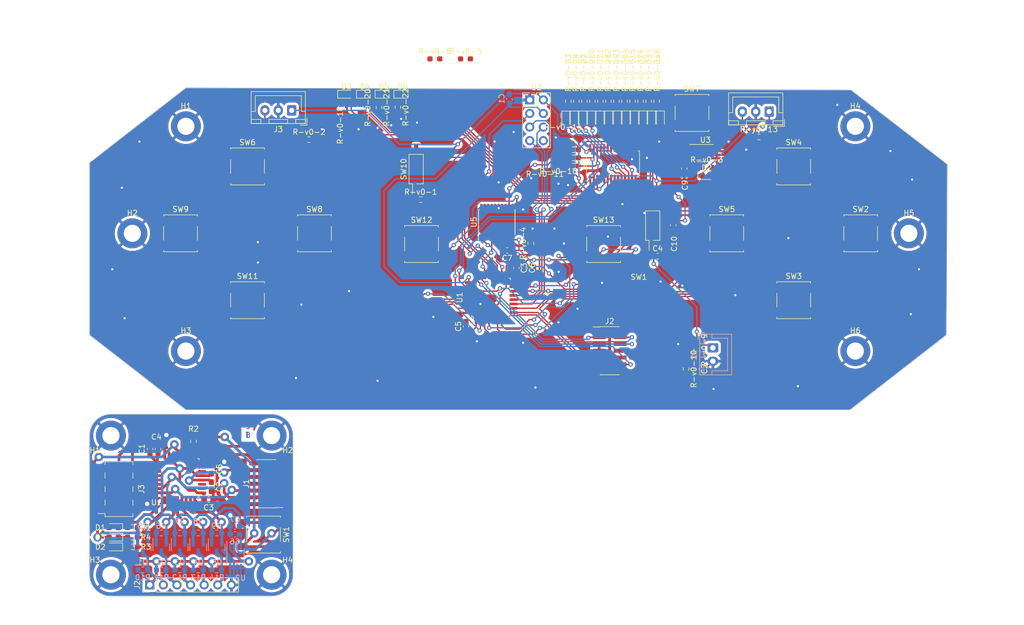
<source format=kicad_pcb>
(kicad_pcb (version 20221018) (generator pcbnew)
  (layers (0 "F.Cu" signal) (31 "B.Cu" signal) (34 "B.Paste" user) (35 "F.Paste" user) (36 "B.SilkS" user "B.Silkscreen") (37 "F.SilkS" user "F.Silkscreen") (38 "B.Mask" user) (39 "F.Mask" user) (44 "Edge.Cuts" user))
  (net 0 "")
  (net 1 "+5V-v1-")
  (net 2 "GND-v1-")
  (net 3 "+3.3V-v1-")
  (net 4 "Net-(D1-K)-v1-")
  (net 6 "Net-(D3-K)-v1-")
  (net 7 "Status_LED-v1-")
  (net 8 "Data_Clock_SNES-v1-")
  (net 9 "Data_Latch_SNES-v1-")
  (net 10 "Net-(D2-K)-v1-")
  (net 11 "Serial_Data1_SNES-v1-")
  (net 12 "Serial_Data2_SNES-v1-")
  (net 13 "SPI_Chip_Select-v1-")
  (net 14 "Chip_Enable-v1-")
  (net 15 "SPI_Digital_Input-v1-")
  (net 16 "SPI_Clock-v1-")
  (net 17 "SPI_Digital_Output-v1-")
  (net 18 "IOBit_SNES-v1-")
  (net 19 "Data_Clock_STM32-v1-")
  (net 20 "Data_Latch_STM32-v1-")
  (net 21 "Appairing_Btn-v1-")
  (net 22 "Net-(U2-BP)-v1-")
  (net 23 "SWDIO-v1-")
  (net 24 "SWDCK-v1-")
  (net 27 "NRST-v1-")
  (net 28 "USART2_RX-v1-")
  (net 29 "USART2_TX-v1-")
  (net 30 "Serial_Data1_STM32-v1-")
  (net 31 "IOBit_STM32-v1-")
  (net 32 "Serial_Data2_STM32-v1-")
  (net 46 "POWER-v0-_CHECK-v0-")
  (net 47 "GND-v0-")
  (net 48 "L-v0-i-ion-v0-")
  (net 49 "Net-(U3-BP)-v0-")
  (net 50 "Glob_Alim-v0-")
  (net 51 "Net-(D2-A)-v0-")
  (net 52 "Net-(D3-K)-v0-")
  (net 53 "Net-(D3-A)-v0-")
  (net 54 "Net-(D4-K)-v0-")
  (net 55 "Net-(D4-A)-v0-")
  (net 56 "Net-(D5-K)-v0-")
  (net 57 "Net-(D5-A)-v0-")
  (net 58 "Net-(D6-K)-v0-")
  (net 59 "Net-(D6-A)-v0-")
  (net 60 "Net-(D7-K)-v0-")
  (net 61 "Net-(D7-A)-v0-")
  (net 62 "Net-(D8-K)-v0-")
  (net 63 "Net-(D8-A)-v0-")
  (net 64 "Net-(D9-K)-v0-")
  (net 65 "Net-(D9-A)-v0-")
  (net 66 "Net-(D10-K)-v0-")
  (net 67 "Net-(D10-A)-v0-")
  (net 68 "Net-(D11-K)-v0-")
  (net 69 "Net-(D11-A)-v0-")
  (net 70 "Net-(D12-K)-v0-")
  (net 71 "Net-(D12-A)-v0-")
  (net 72 "Net-(D13-K)-v0-")
  (net 73 "Net-(D13-A)-v0-")
  (net 74 "Net-(D14-K)-v0-")
  (net 75 "Net-(D14-A)-v0-")
  (net 76 "Net-(D15-K)-v0-")
  (net 77 "Net-(D15-A)-v0-")
  (net 78 "Net-(D16-K)-v0-")
  (net 79 "Net-(D16-A)-v0-")
  (net 80 "Net-(D17-K)-v0-")
  (net 81 "Net-(D17-A)-v0-")
  (net 82 "Net-(D18-K)-v0-")
  (net 83 "Net-(D18-A)-v0-")
  (net 86 "SWDIO-v0-")
  (net 87 "SWDCK-v0-")
  (net 91 "R-v0-eset_Buton -v0-")
  (net 92 "USAR-v0-T2_R-v0-X-v0-")
  (net 93 "USAR-v0-T2_TX-v0-")
  (net 94 "NES{slash}SNES_switcher-v0-")
  (net 95 "R-v0-")
  (net 96 "A_Button-v0-")
  (net 97 "B_Button-v0-")
  (net 98 "X_Button-v0-")
  (net 99 "Y_Button-v0-")
  (net 100 "UC_Button-v0-")
  (net 101 "L-v0-C_Button-v0-")
  (net 102 "DIODE_SDA-v0-")
  (net 103 "R-v0-C_Button")
  (net 104 "L-v0-")
  (net 105 "DIODE_CL-v0-K")
  (net 106 "DC_Button-v0-")
  (net 107 "DIODE_OE-v0-")
  (net 108 "ST_Button-v0-")
  (net 109 "SE_Button-v0-")
  (net 110 "Order_Search-v0-")
  (net 111 "R-v0-X{slash}TX")
  (net 112 "Net-(C7-Pad1)-v0-")
  (net 113 "Pin_Clock-v0-")
  (net 114 "Digital_Out_Put-v0-")
  (net 115 "MOSI-v0-")
  (net 116 "GPIO_EX_CL-v0-K")
  (net 119 "GPIO_EX_SER-v0-IAL-v0-_DATA")
  (net 120 "Net-(U3-IN)-v0-")
  (net 121 "CSN_nR-v0-F24")
  (footprint "R-v0-esistor_SMD:R-v0-_0603_1608Metric_Pad0.98x0.95mm_HandSolder" (layer "F.Cu") (at 47.075 3.725 -90)
    (fp_text reference "R-v0-18")
    (fp_text value "1K")
  )
  (footprint "L-v0-ED_SMD:L-v0-ED_0603_1608Metric_Pad1.05x0.95mm_HandSolder" (layer "F.Cu") (at 95.375 6.075 -90)
    (fp_text reference "D11")
    (fp_text value "O1")
  )
  (footprint "Button_Switch_SMD:SW_SPST_B3S-1000" (layer "F.Cu") (at 144.05 27.25)
    (fp_text reference "SW2")
    (fp_text value "SW_Push")
  )
  (footprint "L-v0-ED_SMD:L-v0-ED_0603_1608Metric_Pad1.05x0.95mm_HandSolder" (layer "F.Cu") (at 115.31 16.45)
    (fp_text reference "D2")
    (fp_text value "L-v0-ED_Small")
  )
  (footprint "L-v0-ED_SMD:L-v0-ED_0603_1608Metric_Pad1.05x0.95mm_HandSolder" (layer "F.Cu") (at 100.225 6.05 -90)
    (fp_text reference "D14")
    (fp_text value "O4")
  )
  (footprint "R-v0-esistor_SMD:R-v0-_0603_1608Metric_Pad0.98x0.95mm_HandSolder" (layer "F.Cu") (at 54.1 3.725 -90)
    (fp_text reference "R-v0-21")
    (fp_text value "1K")
  )
  (footprint "Capacitor_SMD:C_0603_1608Metric_Pad1.08x0.95mm_HandSolder" (layer "F.Cu") (at 113.45 52.5875 -90)
    (fp_text reference "C2")
    (fp_text value "1nF")
  )
  (footprint "MountingHole:MountingHole_3.2mm_M3_DIN965_Pad" (layer "F.Cu") (at 34.05 91.05)
    (fp_text reference "H4")
    (fp_text value "MountingHole_Pad")
  )
  (footprint "Package_SO:SSOP-20_4.4x6.5mm_P0.65mm" (layer "F.Cu") (at 76.125 25.15 90)
    (fp_text reference "U5")
    (fp_text value "PCF8574TS")
  )
  (footprint "Button_Switch_SMD:SW_SPST_B3S-1000" (layer "F.Cu") (at 62.05 29.25)
    (fp_text reference "SW12")
    (fp_text value "SW_Push")
  )
  (footprint "L-v0-ED_SMD:L-v0-ED_0603_1608Metric_Pad1.05x0.95mm_HandSolder" (layer "F.Cu") (at 48.05 1.25)
    (fp_text reference "D3")
    (fp_text value "G1")
  )
  (footprint "Button_Switch_SMD:SW_DIP_SPSTx01_Slide_Copal_CHS-01B_W7.62mm_P1.27mm" (layer "F.Cu") (at 105.22 25.82 90)
    (fp_text reference "SW1")
    (fp_text value "SW_DIP_x01")
  )
  (footprint "Capacitor_SMD:C_0603_1608Metric_Pad1.08x0.95mm_HandSolder" (layer "F.Cu") (at 22.3025 76.99)
    (fp_text reference "C3")
    (fp_text value "100n")
  )
  (footprint "Button_Switch_SMD:SW_SPST_B3S-1000" (layer "F.Cu") (at 131.55 39.75)
    (fp_text reference "SW3")
    (fp_text value "SW_Push")
  )
  (footprint "Button_Switch_SMD:SW_SPST_B3S-1000" (layer "F.Cu") (at 32.55 83.55 180)
    (fp_text reference "SW1")
    (fp_text value "SW_SPST")
  )
  (footprint "Button_Switch_SMD:SW_SPST_B3S-1000" (layer "F.Cu") (at 131.55 14.75)
    (fp_text reference "SW4")
    (fp_text value "SW_Push")
  )
  (footprint "Connector_JST:JST_XH_B3B-XH-A_1x03_P2.50mm_Vertical" (layer "F.Cu") (at 37.8 4.275 180)
    (fp_text reference "J3")
    (fp_text value "Conn_01x03")
  )
  (footprint "R-v0-esistor_SMD:R-v0-_0603_1608Metric_Pad0.98x0.95mm_HandSolder" (layer "F.Cu") (at 50.575 3.75 -90)
    (fp_text reference "R-v0-20")
    (fp_text value "1K")
  )
  (footprint "R-v0-esistor_SMD:R-v0-_0603_1608Metric_Pad0.98x0.95mm_HandSolder" (layer "F.Cu") (at 105.95 2.5625 90)
    (fp_text reference "R-v0-34")
    (fp_text value "1K")
  )
  (footprint "Capacitor_SMD:C_0603_1608Metric_Pad1.08x0.95mm_HandSolder" (layer "F.Cu") (at 111.1 15.15 -90)
    (fp_text reference "C9")
    (fp_text value "470p")
  )
  (footprint "Button_Switch_SMD:SW_SPST_B3S-1000" (layer "F.Cu") (at 119.05 27.25)
    (fp_text reference "SW5")
    (fp_text value "SW_Push")
  )
  (footprint "Button_Switch_SMD:SW_DIP_SPSTx01_Slide_Copal_CHS-01B_W7.62mm_P1.27mm" (layer "F.Cu") (at 61.05 15.25 90)
    (fp_text reference "SW10")
    (fp_text value "SW_DIP_x01")
  )
  (footprint "L-v0-ED_SMD:L-v0-ED_0603_1608Metric_Pad1.05x0.95mm_HandSolder" (layer "F.Cu") (at 92.175 6.075 -90)
    (fp_text reference "D9")
    (fp_text value "G7")
  )
  (footprint "Button_Switch_SMD:SW_SPST_B3S-1000" (layer "F.Cu") (at 29.55 14.75)
    (fp_text reference "SW6")
    (fp_text value "SW_Push")
  )
  (footprint "Capacitor_SMD:C_0603_1608Metric_Pad1.08x0.95mm_HandSolder" (layer "F.Cu") (at 11.35 67.55 90)
    (fp_text reference "C1")
    (fp_text value "10u")
  )
  (footprint "R-v0-esistor_SMD:R-v0-_0603_1608Metric_Pad0.98x0.95mm_HandSolder" (layer "F.Cu") (at 104.45 2.5625 90)
    (fp_text reference "R-v0-33")
    (fp_text value "1K")
  )
  (footprint "Connector_PinHeader_2.54mm:PinHeader_1x07_P2.54mm_Vertical" (layer "F.Cu") (at 11.3 92.95 90)
    (fp_text reference "J2")
    (fp_text value "Conn_01x07_Socket")
  )
  (footprint "R-v0-esistor_SMD:R-v0-_0603_1608Metric_Pad0.98x0.95mm_HandSolder" (layer "F.Cu") (at 41.05 9.75)
    (fp_text reference "R-v0-2")
    (fp_text value "1K")
  )
  (footprint "R-v0-esistor_SMD:R-v0-_0603_1608Metric_Pad0.98x0.95mm_HandSolder" (layer "F.Cu") (at 64.5375 -5.35)
    (fp_text reference "R-v0-6")
    (fp_text value "1K")
  )
  (footprint "R-v0-esistor_SMD:R-v0-_0603_1608Metric_Pad0.98x0.95mm_HandSolder" (layer "F.Cu") (at 93.95 2.5625 90)
    (fp_text reference "R-v0-26")
    (fp_text value "1K")
  )
  (footprint "L-v0-ED_SMD:L-v0-ED_0603_1608Metric_Pad1.05x0.95mm_HandSolder" (layer "F.Cu") (at 90.575 6.075 -90)
    (fp_text reference "D8")
    (fp_text value "G6")
  )
  (footprint "R-v0-esistor_SMD:R-v0-_0603_1608Metric_Pad0.98x0.95mm_HandSolder" (layer "F.Cu") (at 115.31 14.926)
    (fp_text reference "R-v0-3")
    (fp_text value "1K")
  )
  (footprint "L-v0-ED_SMD:L-v0-ED_0603_1608Metric_Pad1.05x0.95mm_HandSolder" (layer "F.Cu") (at 55.05 1.25)
    (fp_text reference "D5")
    (fp_text value "G3")
  )
  (footprint "Diode_SMD:D_0603_1608Metric_Pad1.05x0.95mm_HandSolder" (layer "F.Cu") (at 4.56875 84.05 180)
    (fp_text reference "D3")
    (fp_text value "LED")
  )
  (footprint "Resistor_SMD:R_0603_1608Metric_Pad0.98x0.95mm_HandSolder" (layer "F.Cu") (at 19.47 66.12 90)
    (fp_text reference "R2")
    (fp_text value "10k")
  )
  (footprint "R-v0-esistor_SMD:R-v0-_0603_1608Metric_Pad0.98x0.95mm_HandSolder" (layer "F.Cu") (at 111.45 52.5875 -90)
    (fp_text reference "R-v0-10")
    (fp_text value "1M")
  )
  (footprint "Connector_PinHeader_2.54mm:PinHeader_2x04_P2.54mm_Vertical" (layer "F.Cu") (at 82.25 2.31)
    (fp_text reference "U2")
    (fp_text value "nR-v0-F24_Full")
  )
  (footprint "R-v0-esistor_SMD:R-v0-_0603_1608Metric_Pad0.98x0.95mm_HandSolder" (layer "F.Cu") (at 70.25 -5.35)
    (fp_text reference "R-v0-5")
    (fp_text value "1K")
  )
  (footprint "R-v0-esistor_SMD:R-v0-_0603_1608Metric_Pad0.98x0.95mm_HandSolder" (layer "F.Cu") (at 82.45 29.1375 90)
    (fp_text reference "R-v0-4")
    (fp_text value "10k")
  )
  (footprint "L-v0-ED_SMD:L-v0-ED_0603_1608Metric_Pad1.05x0.95mm_HandSolder" (layer "F.Cu") (at 93.775 6.075 -90)
    (fp_text reference "D10")
    (fp_text value "G8")
  )
  (footprint "Capacitor_SMD:C_0603_1608Metric_Pad1.08x0.95mm_HandSolder" (layer "F.Cu") (at 79.75 33.722 -90)
    (fp_text reference "C3")
    (fp_text value "100n")
  )
  (footprint "R-v0-esistor_SMD:R-v0-_0603_1608Metric_Pad0.98x0.95mm_HandSolder" (layer "F.Cu") (at 57.65 3.675 -90)
    (fp_text reference "R-v0-22")
    (fp_text value "1K")
  )
  (footprint "R-v0-esistor_SMD:R-v0-_0603_1608Metric_Pad0.98x0.95mm_HandSolder" (layer "F.Cu") (at 99.95 2.5625 90)
    (fp_text reference "R-v0-30")
    (fp_text value "1K")
  )
  (footprint "L-v0-ED_SMD:L-v0-ED_0603_1608Metric_Pad1.05x0.95mm_HandSolder" (layer "F.Cu") (at 88.975 6.075 -90)
    (fp_text reference "D7")
    (fp_text value "G5")
  )
  (footprint "MountingHole:MountingHole_3.2mm_M3_DIN965_Pad" (layer "F.Cu") (at 4.05 91.05)
    (fp_text reference "H3")
    (fp_text value "MountingHole_Pad")
  )
  (footprint "L-v0-ED_SMD:L-v0-ED_0603_1608Metric_Pad1.05x0.95mm_HandSolder" (layer "F.Cu") (at 105.025 6.05 -90)
    (fp_text reference "D17")
    (fp_text value "R-v0-3")
  )
  (footprint "Button_Switch_SMD:SW_SPST_B3S-1000" (layer "F.Cu") (at 17.05 27.25)
    (fp_text reference "SW9")
    (fp_text value "SW_Push")
  )
  (footprint "MountingHole:MountingHole_3.2mm_M3_DIN965_Pad" (layer "F.Cu") (at 143.05 7.25)
    (fp_text reference "H4")
    (fp_text value "MountingHole_Pad")
  )
  (footprint "R-v0-esistor_SMD:R-v0-_0603_1608Metric_Pad0.98x0.95mm_HandSolder" (layer "F.Cu") (at 98.45 2.5625 90)
    (fp_text reference "R-v0-29")
    (fp_text value "1K")
  )
  (footprint "Button_Switch_SMD:SW_SPST_B3S-1000" (layer "F.Cu") (at 96.05 29.25)
    (fp_text reference "SW13")
    (fp_text value "SW_Push")
  )
  (footprint "R-v0-esistor_SMD:R-v0-_0603_1608Metric_Pad0.98x0.95mm_HandSolder" (layer "F.Cu") (at 95.45 2.5625 90)
    (fp_text reference "R-v0-27")
    (fp_text value "1K")
  )
  (footprint "Button_Switch_SMD:SW_SPST_B3S-1000" (layer "F.Cu") (at 112.55 4.75)
    (fp_text reference "SW7")
    (fp_text value "SW_SPST")
  )
  (footprint "Capacitor_SMD:C_0603_1608Metric_Pad1.08x0.95mm_HandSolder" (layer "F.Cu") (at 22.81 71.3 90)
    (fp_text reference "C5")
    (fp_text value "100n")
  )
  (footprint "Resistor_SMD:R_0603_1608Metric_Pad0.98x0.95mm_HandSolder" (layer "F.Cu") (at 8.06875 84.05)
    (fp_text reference "R4")
    (fp_text value "1k")
  )
  (footprint "MountingHole:MountingHole_3.2mm_M3_DIN965_Pad" (layer "F.Cu") (at 18.05 49.25)
    (fp_text reference "H3")
    (fp_text value "MountingHole_Pad")
  )
  (footprint "Diode_SMD:D_0603_1608Metric_Pad1.05x0.95mm_HandSolder" (layer "F.Cu") (at 4.56875 82.25 180)
    (fp_text reference "D1")
    (fp_text value "LED_Small")
  )
  (footprint "Diode_SMD:D_0603_1608Metric_Pad1.05x0.95mm_HandSolder" (layer "F.Cu") (at 4.56875 85.85 180)
    (fp_text reference "D2")
    (fp_text value "LED_Small")
  )
  (footprint "R-v0-esistor_SMD:R-v0-_0603_1608Metric_Pad0.98x0.95mm_HandSolder" (layer "F.Cu") (at 92.45 2.5625 90)
    (fp_text reference "R-v0-25")
    (fp_text value "1K")
  )
  (footprint "Connector_JST:JST_XH_B3B-XH-A_1x03_P2.50mm_Vertical" (layer "F.Cu") (at 126.954 4.512 180)
    (fp_text reference "J4")
    (fp_text value "Conn_01x03")
  )
  (footprint "R-v0-esistor_SMD:R-v0-_0603_1608Metric_Pad0.98x0.95mm_HandSolder" (layer "F.Cu") (at 102.95 2.5625 90)
    (fp_text reference "R-v0-32")
    (fp_text value "1K")
  )
  (footprint "Connector_PinHeader_1.27mm:PinHeader_2x07_P1.27mm_Vertical_SMD" (layer "F.Cu") (at 33.05 74.05 180)
    (fp_text reference "J1")
    (fp_text value "Conn_02x07_Odd_Even")
  )
  (footprint "MountingHole:MountingHole_3.2mm_M3_DIN965_Pad" (layer "F.Cu") (at 8.05 27.25)
    (fp_text reference "H2")
    (fp_text value "MountingHole_Pad")
  )
  (footprint "Resistor_SMD:R_0603_1608Metric_Pad0.98x0.95mm_HandSolder" (layer "F.Cu") (at 8.06875 85.85)
    (fp_text reference "R3")
    (fp_text value "1k")
  )
  (footprint "Capacitor_SMD:C_0603_1608Metric_Pad1.08x0.95mm_HandSolder" (layer "F.Cu") (at 106.145 31.52)
    (fp_text reference "C4")
    (fp_text value "1u")
  )
  (footprint "Resistor_SMD:R_0603_1608Metric_Pad0.98x0.95mm_HandSolder" (layer "F.Cu") (at 8.06875 82.25)
    (fp_text reference "R1")
    (fp_text value "1k")
  )
  (footprint "L-v0-ED_SMD:L-v0-ED_0603_1608Metric_Pad1.05x0.95mm_HandSolder" (layer "F.Cu") (at 97 6.0625 -90)
    (fp_text reference "D12")
    (fp_text value "O2")
  )
  (footprint "Button_Switch_SMD:SW_SPST_B3S-1000" (layer "F.Cu") (at 42.05 27.25)
    (fp_text reference "SW8")
    (fp_text value "SW_Push")
  )
  (footprint "L-v0-ED_SMD:L-v0-ED_0603_1608Metric_Pad1.05x0.95mm_HandSolder" (layer "F.Cu") (at 98.625 6.05 -90)
    (fp_text reference "D13")
    (fp_text value "O3")
  )
  (footprint "Capacitor_SMD:C_0603_1608Metric_Pad1.08x0.95mm_HandSolder" (layer "F.Cu") (at 109.045 25.7325 -90)
    (fp_text reference "C10")
    (fp_text value "100nF")
  )
  (footprint "Package_QFP:L-v0-QFP-32_7x7mm_P0.8mm" (layer "F.Cu") (at 75.05 39.25 90)
    (fp_text reference "U1")
    (fp_text value "STM32L-v0-412KBTx")
  )
  (footprint "Capacitor_SMD:C_0603_1608Metric_Pad1.08x0.95mm_HandSolder" (layer "F.Cu") (at 78.05 30.45 180)
    (fp_text reference "C7")
    (fp_text value "100µF")
  )
  (footprint "R-v0-esistor_SMD:R-v0-_0603_1608Metric_Pad0.98x0.95mm_HandSolder" (layer "F.Cu") (at 113.45 49.05 -90)
    (fp_text reference "R-v0-9")
    (fp_text value "1M")
  )
  (footprint "Capacitor_SMD:C_0603_1608Metric_Pad1.08x0.95mm_HandSolder" (layer "F.Cu") (at 22.81 74.6025 90)
    (fp_text reference "C2")
    (fp_text value "100n")
  )
  (footprint "Capacitor_SMD:C_0603_1608Metric_Pad1.08x0.95mm_HandSolder" (layer "F.Cu") (at 12.85 67.55 90)
    (fp_text reference "C4")
    (fp_text value "100n")
  )
  (footprint "Package_QFP:LQFP-32_7x7mm_P0.8mm" (layer "F.Cu") (at 16.9 72.95 180)
    (fp_text reference "U1")
    (fp_text value "STM32L412KBTx")
  )
  (footprint "Capacitor_SMD:C_0603_1608Metric_Pad1.08x0.95mm_HandSolder" (layer "F.Cu") (at 70.352 44.644 90)
    (fp_text reference "C5")
    (fp_text value "100n")
  )
  (footprint "MountingHole:MountingHole_3.2mm_M3_DIN965_Pad" (layer "F.Cu") (at 153.05 27.25)
    (fp_text reference "H5")
    (fp_text value "MountingHole_Pad")
  )
  (footprint "R-v0-esistor_SMD:R-v0-_0603_1608Metric_Pad0.98x0.95mm_HandSolder" (layer "F.Cu") (at 96.95 2.5625 90)
    (fp_text reference "R-v0-28")
    (fp_text value "1K")
  )
  (footprint "Button_Switch_SMD:SW_SPST_B3S-1000" (layer "F.Cu") (at 29.55 39.75)
    (fp_text reference "SW11")
    (fp_text value "SW_Push")
  )
  (footprint "R-v0-esistor_SMD:R-v0-_0603_1608Metric_Pad0.98x0.95mm_HandSolder" (layer "F.Cu") (at 90.418 14.672)
    (fp_text reference "R-v0-14")
    (fp_text value "10K")
  )
  (footprint "L-v0-ED_SMD:L-v0-ED_0603_1608Metric_Pad1.05x0.95mm_HandSolder" (layer "F.Cu") (at 58.55 1.25)
    (fp_text reference "D6")
    (fp_text value "G4")
  )
  (footprint "Connector_PinSocket_2.54mm:PinSocket_2x04_P2.54mm_Vertical_SMD" (layer "F.Cu") (at 5.55 75.05 180)
    (fp_text reference "J3")
    (fp_text value "Conn_01x08_Socket")
  )
  (footprint "L-v0-ED_SMD:L-v0-ED_0603_1608Metric_Pad1.05x0.95mm_HandSolder" (layer "F.Cu") (at 101.825 6.05 -90)
    (fp_text reference "D15")
    (fp_text value "R-v0-1")
  )
  (footprint "R-v0-esistor_SMD:R-v0-_0603_1608Metric_Pad0.98x0.95mm_HandSolder" (layer "F.Cu") (at 89.45 2.5625 90)
    (fp_text reference "R-v0-23")
    (fp_text value "1K")
  )
  (footprint "MountingHole:MountingHole_3.2mm_M3_DIN965_Pad" (layer "F.Cu") (at 18.05 7.25)
    (fp_text reference "H1")
    (fp_text value "MountingHole_Pad")
  )
  (footprint "MountingHole:MountingHole_3.2mm_M3_DIN965_Pad" (layer "F.Cu") (at 4.05 65.05)
    (fp_text reference "H1")
    (fp_text value "MountingHole_Pad")
  )
  (footprint "L-v0-ED_SMD:L-v0-ED_0603_1608Metric_Pad1.05x0.95mm_HandSolder" (layer "F.Cu") (at 106.65 6.05 -90)
    (fp_text reference "D18")
    (fp_text value "R-v0-4")
  )
  (footprint "Package_SO:MSOP-8_3x3mm_P0.65mm" (layer "F.Cu") (at 115.05 12.25)
    (fp_text reference "U3")
    (fp_text value "MIC5219-3.3YMM")
  )
  (footprint "R-v0-esistor_SMD:R-v0-_0603_1608Metric_Pad0.98x0.95mm_HandSolder" (layer "F.Cu") (at 90.418 13.148 180)
    (fp_text reference "R-v0-11")
    (fp_text value "10K")
  )
  (footprint "R-v0-esistor_SMD:R-v0-_0603_1608Metric_Pad0.98x0.95mm_HandSolder" (layer "F.Cu") (at 125.05 9.25)
    (fp_text reference "R-v0-13")
    (fp_text value "1K")
  )
  (footprint "L-v0-ED_SMD:L-v0-ED_0603_1608Metric_Pad1.05x0.95mm_HandSolder" (layer "F.Cu") (at 51.55 1.25)
    (fp_text reference "D4")
    (fp_text value "G2")
  )
  (footprint "Capacitor_SMD:C_0603_1608Metric_Pad1.08x0.95mm_HandSolder" (layer "F.Cu") (at 81.274 33.722 -90)
    (fp_text reference "C6")
    (fp_text value "10u")
  )
  (footprint "Connector_PinHeader_1.27mm:PinHeader_2x07_P1.27mm_Vertical_SMD" (layer "F.Cu") (at 97.175 49.19)
    (fp_text reference "J2")
    (fp_text value "Conn_02x07_Odd_Even")
  )
  (footprint "R-v0-esistor_SMD:R-v0-_0603_1608Metric_Pad0.98x0.95mm_HandSolder" (layer "F.Cu") (at 90.95 2.5625 90)
    (fp_text reference "R-v0-24")
    (fp_text value "1K")
  )
  (footprint "L-v0-ED_SMD:L-v0-ED_0603_1608Metric_Pad1.05x0.95mm_HandSolder" (layer "F.Cu") (at 103.425 6.05 -90)
    (fp_text reference "D16")
    (fp_text value "R-v0-2")
  )
  (footprint "MountingHole:MountingHole_3.2mm_M3_DIN965_Pad" (layer "F.Cu") (at 34.05 65.05)
    (fp_text reference "H2")
    (fp_text value "MountingHole_Pad")
  )
  (footprint "Package_SO:TSSOP-28_4.4x9.7mm_P0.65mm" (layer "F.Cu") (at 97.784 14.164 90)
    (fp_text reference "U4")
    (fp_text value "PCA9685PW")
  )
  (footprint "R-v0-esistor_SMD:R-v0-_0603_1608Metric_Pad0.98x0.95mm_HandSolder" (layer "F.Cu") (at 90.418 11.624 180)
    (fp_text reference "R-v0-16")
    (fp_text value "10K")
  )
  (footprint "R-v0-esistor_SMD:R-v0-_0603_1608Metric_Pad0.98x0.95mm_HandSolder" (layer "F.Cu") (at 101.45 2.5625 90)
    (fp_text reference "R-v0-31")
    (fp_text value "1K")
  )
  (footprint "MountingHole:MountingHole_3.2mm_M3_DIN965_Pad" (layer "F.Cu") (at 143.05 49.25)
    (fp_text reference "H6")
    (fp_text value "MountingHole_Pad")
  )
  (footprint "R-v0-esistor_SMD:R-v0-_0603_1608Metric_Pad0.98x0.95mm_HandSolder" (layer "F.Cu") (at 61.9 20.95)
    (fp_text reference "R-v0-1")
    (fp_text value "1K")
  )
  (footprint "Resistor_SMD:R_0603_1608Metric_Pad0.98x0.95mm_HandSolder" (layer "B.Cu") (at 10 83.25)
    (fp_text reference "R5")
    (fp_text value "10k")
  )
  (footprint "Package_TO_SOT_SMD:SOT-23" (layer "B.Cu") (at 20.35 85.95 -90)
    (fp_text reference "Q4")
    (fp_text value "2N7002")
  )
  (footprint "Connector_JST:JST_XH_B2B-XH-A_1x02_P2.50mm_Vertical" (layer "B.Cu") (at 116.45 48.65 -90)
    (fp_text reference "J1")
    (fp_text value "Conn_01x02")
  )
  (footprint "Capacitor_SMD:C_0603_1608Metric_Pad1.08x0.95mm_HandSolder" (layer "B.Cu") (at 27.2 83.5 180)
    (fp_text reference "C6")
    (fp_text value "470p")
  )
  (footprint "Package_TO_SOT_SMD:SOT-23" (layer "B.Cu") (at 16.9 85.95 -90)
    (fp_text reference "Q3")
    (fp_text value "2N7002")
  )
  (footprint "Package_SO:MSOP-8_3x3mm_P0.65mm" (layer "B.Cu") (at 27.3125 87.7 -90)
    (fp_text reference "U2")
    (fp_text value "MIC5219-3.3YMM")
  )
  (footprint "Resistor_SMD:R_0603_1608Metric_Pad0.98x0.95mm_HandSolder" (layer "B.Cu") (at 23.8 90.15)
    (fp_text reference "R14")
    (fp_text value "10k")
  )
  (footprint "Resistor_SMD:R_0603_1608Metric_Pad0.98x0.95mm_HandSolder" (layer "B.Cu") (at 23.8 83.25)
    (fp_text reference "R9")
    (fp_text value "10k")
  )
  (footprint "Resistor_SMD:R_0603_1608Metric_Pad0.98x0.95mm_HandSolder" (layer "B.Cu") (at 10 90.15)
    (fp_text reference "R10")
    (fp_text value "10k")
  )
  (footprint "Resistor_SMD:R_0603_1608Metric_Pad0.98x0.95mm_HandSolder" (layer "B.Cu") (at 20.35 90.15)
    (fp_text reference "R13")
    (fp_text value "10k")
  )
  (footprint "Resistor_SMD:R_0603_1608Metric_Pad0.98x0.95mm_HandSolder" (layer "B.Cu") (at 13.45 83.25)
    (fp_text reference "R6")
    (fp_text value "10k")
  )
  (footprint "Resistor_SMD:R_0603_1608Metric_Pad0.98x0.95mm_HandSolder" (layer "B.Cu") (at 16.9 83.25)
    (fp_text reference "R7")
    (fp_text value "10k")
  )
  (footprint "Package_TO_SOT_SMD:SOT-23" (layer "B.Cu") (at 13.45 85.95 -90)
    (fp_text reference "Q2")
    (fp_text value "2N7002")
  )
  (footprint "Capacitor_SMD:C_0603_1608Metric_Pad1.08x0.95mm_HandSolder" (layer "B.Cu") (at 27.2 82 180)
    (fp_text reference "C7")
    (fp_text value "2.2u")
  )
  (footprint "Resistor_SMD:R_0603_1608Metric_Pad0.98x0.95mm_HandSolder" (layer "B.Cu") (at 16.9 90.15)
    (fp_text reference "R12")
    (fp_text value "10k")
  )
  (footprint "Resistor_SMD:R_0603_1608Metric_Pad0.98x0.95mm_HandSolder" (layer "B.Cu") (at 13.45 90.15)
    (fp_text reference "R11")
    (fp_text value "10k")
  )
  (footprint "Capacitor_SMD:C_0603_1608Metric_Pad1.08x0.95mm_HandSolder" (layer "B.Cu") (at 78.45 2.1125 -90)
    (fp_text reference "C1")
    (fp_text value "100uF")
  )
  (footprint "Resistor_SMD:R_0603_1608Metric_Pad0.98x0.95mm_HandSolder" (layer "B.Cu") (at 20.35 83.25)
    (fp_text reference "R8")
    (fp_text value "10k")
  )
  (footprint "Package_TO_SOT_SMD:SOT-23" (layer "B.Cu") (at 23.8 85.95 -90)
    (fp_text reference "Q5")
    (fp_text value "2N7002")
  )
  (footprint "Package_TO_SOT_SMD:SOT-23" (layer "B.Cu") (at 10 85.95 -90)
    (fp_text reference "Q1")
    (fp_text value "2N7002")
  )
  (gr_line (start 160.05 46.25) (end 142.05 60.25) (stroke (width 0.1)) (layer "Edge.Cuts"))
  (gr_line (start 34.05 95.05) (end 4.05 95.05) (stroke (width 0.1)) (layer "Edge.Cuts"))
  (gr_line (start 18.05 60.25) (end 0.05 46.25) (stroke (width 0.1)) (layer "Edge.Cuts"))
  (gr_line (start 160.25 14.35) (end 160.05 46.25) (stroke (width 0.1)) (layer "Edge.Cuts"))
  (gr_line (start 0.05 14.05) (end 18.05 0.05) (stroke (width 0.1)) (layer "Edge.Cuts"))
  (gr_line (start 38.05 65.05) (end 38.05 91.05) (stroke (width 0.1)) (layer "Edge.Cuts"))
  (gr_arc (start 0.05 65.05) (mid 1.221573 62.221573) (end 4.05 61.05) (stroke (width 0.1)) (layer "Edge.Cuts"))
  (gr_line (start 18.05 0.05) (end 142.25 0.45) (stroke (width 0.1)) (layer "Edge.Cuts"))
  (gr_arc (start 4.05 95.05) (mid 1.221573 93.878427) (end 0.05 91.05) (stroke (width 0.1)) (layer "Edge.Cuts"))
  (gr_line (start 142.05 60.25) (end 18.05 60.25) (stroke (width 0.1)) (layer "Edge.Cuts"))
  (gr_arc (start 38.05 91.05) (mid 36.878427 93.878427) (end 34.05 95.05) (stroke (width 0.1)) (layer "Edge.Cuts"))
  (gr_line (start 0.05 46.25) (end 0.05 14.05) (stroke (width 0.1)) (layer "Edge.Cuts"))
  (gr_line (start 0.05 91.05) (end 0.05 65.05) (stroke (width 0.1)) (layer "Edge.Cuts"))
  (gr_line (start 4.05 61.05) (end 34.05 61.05) (stroke (width 0.1)) (layer "Edge.Cuts"))
  (gr_arc (start 34.05 61.05) (mid 36.878427 62.221573) (end 38.05 65.05) (stroke (width 0.1)) (layer "Edge.Cuts"))
  (gr_line (start 142.25 0.45) (end 160.25 14.35) (stroke (width 0.1)) (layer "Edge.Cuts"))
  (gr_text "T" (at 29.05 65.55) (layer "F.Cu") (effects (font (size 1 1)) (justify left bottom)))
  (gr_text "SNES Plug" (at 22.05 63.55) (layer "F.Cu") (effects (font (size 1 1)) (justify left bottom)))
  (gr_text "B" (at 29.05 65.55) (layer "B.Cu") (effects (font (size 1 1)) (justify left bottom)))
  (segment (start 12.5375 91.7125) (end 11.3 92.95) (width 0.5) (layer "F.Cu") (net 1))
  (segment (start 3.69375 85.85) (end 3.69375 85.884561) (width 0.5) (layer "F.Cu") (net 1))
  (segment (start 12.5375 88.55) (end 15.9875 88.55) (width 0.3) (layer "F.Cu") (net 1))
  (segment (start 12.5375 88.55) (end 12.5375 91.7125) (width 0.5) (layer "F.Cu") (net 1))
  (segment (start 19.4375 88.55) (end 15.9875 88.55) (width 0.5) (layer "F.Cu") (net 1))
  (segment (start 19.4375 88.55) (end 22.8875 88.55) (width 0.5) (layer "F.Cu") (net 1))
  (segment (start 7.8 88.55) (end 12.5375 88.55) (width 0.5) (layer "F.Cu") (net 1))
  (segment (start 6.55 87.3) (end 7.8 88.55) (width 0.5) (layer "F.Cu") (net 1))
  (segment (start 5.109189 87.3) (end 6.55 87.3) (width 0.5) (layer "F.Cu") (net 1))
  (segment (start 3.69375 85.884561) (end 5.109189 87.3) (width 0.5) (layer "F.Cu") (net 1))
  (segment (start 22.8875 88.55) (end 29.8 88.55) (width 0.5) (layer "F.Cu") (net 1))
  (via (at 19.4375 88.55) (size 1.6) (drill 0.8) (layers "F.Cu" "B.Cu") (net 1))
  (via (at 15.9875 88.55) (size 1.6) (drill 0.8) (layers "F.Cu" "B.Cu") (net 1))
  (via (at 29.8 88.55) (size 1.6) (drill 0.8) (layers "F.Cu" "B.Cu") (net 1))
  (via (at 22.8875 88.55) (size 1.6) (drill 0.8) (layers "F.Cu" "B.Cu") (net 1))
  (via (at 12.5375 88.55) (size 1.6) (drill 0.8) (layers "F.Cu" "B.Cu") (net 1))
  (segment (start 29.8 88.55) (end 29.7 88.45) (width 0.5) (layer "B.Cu") (net 1))
  (segment (start 19.4375 88.55) (end 19.4375 90.15) (width 0.5) (layer "B.Cu") (net 1))
  (segment (start 22.8875 88.55) (end 22.8875 90.15) (width 0.5) (layer "B.Cu") (net 1))
  (segment (start 12.5375 90.15) (end 12.5375 88.55) (width 0.5) (layer "B.Cu") (net 1))
  (segment (start 26.3375 85.5875) (end 26.3375 86.380761) (width 0.3) (layer "B.Cu") (net 1))
  (segment (start 11.3 92.3625) (end 9.0875 90.15) (width 0.5) (layer "B.Cu") (net 1))
  (segment (start 28.406739 88.45) (end 26.9875 87.030761) (width 0.5) (layer "B.Cu") (net 1))
  (segment (start 15.9875 88.55) (end 15.9875 90.15) (width 0.5) (layer "B.Cu") (net 1))
  (segment (start 26.9875 85.5875) (end 26.9875 87.030761) (width 0.3) (layer "B.Cu") (net 1))
  (segment (start 29.7 88.45) (end 28.406739 88.45) (width 0.5) (layer "B.Cu") (net 1))
  (segment (start 11.3 92.95) (end 11.3 92.3625) (width 0.5) (layer "B.Cu") (net 1))
  (segment (start 26.3375 86.380761) (end 26.9875 87.030761) (width 0.3) (layer "B.Cu") (net 1))
  (segment (start 20.59 78.015) (end 22.14 78.015) (width 0.5) (layer "F.Cu") (net 2))
  (segment (start 23.835 71.4625) (end 22.81 70.4375) (width 0.5) (layer "F.Cu") (net 2))
  (segment (start 25.199189 69.95) (end 24.711689 70.4375) (width 0.5) (layer "F.Cu") (net 2))
  (segment (start 9.74 78.86) (end 8.07 78.86) (width 0.5) (layer "F.Cu") (net 2))
  (segment (start 22.81 75.391193) (end 23.835 74.366193) (width 0.5) (layer "F.Cu") (net 2))
  (segment (start 22.14 78.015) (end 23.165 76.99) (width 0.5) (layer "F.Cu") (net 2))
  (segment (start 23.835 74.366193) (end 23.835 71.4625) (width 0.5) (layer "F.Cu") (net 2))
  (segment (start 19.7 77.125) (end 20.59 78.015) (width 0.5) (layer "F.Cu") (net 2))
  (segment (start 14.1 65.25) (end 14.1 68.775) (width 0.5) (layer "F.Cu") (net 2))
  (segment (start 14.4 64.95) (end 14.1 65.25) (width 0.5) (layer "F.Cu") (net 2))
  (segment (start 22.81 75.465) (end 22.81 75.391193) (width 0.5) (layer "F.Cu") (net 2))
  (segment (start 11.35 66.6875) (end 12.85 66.6875) (width 0.5) (layer "F.Cu") (net 2))
  (segment (start 10.8 77.8) (end 9.74 78.86) (width 0.5) (layer "F.Cu") (net 2))
  (segment (start 24.711689 70.4375) (end 22.81 70.4375) (width 0.5) (layer "F.Cu") (net 2))
  (segment (start 23.165 76.99) (end 23.165 75.82) (width 0.5) (layer "F.Cu") (net 2))
  (segment (start 12.85 66.6875) (end 12.85 66.5) (width 0.5) (layer "F.Cu") (net 2))
  (segment (start 12.85 66.5) (end 14.4 64.95) (width 0.5) (layer "F.Cu") (net 2))
  (segment (start 23.165 75.82) (end 22.81 75.465) (width 0.5) (layer "F.Cu") (net 2))
  (via (at 14.4 64.95) (size 1.6) (drill 0.8) (layers "F.Cu" "B.Cu") (net 2))
  (via (at 10.8 77.8) (size 1.6) (drill 0.8) (layers "F.Cu" "B.Cu") (net 2))
  (via (at 25.199189 69.95) (size 1.6) (drill 0.8) (layers "F.Cu" "B.Cu") (net 2))
  (via (at 26.3375 79.95) (size 1.6) (drill 0.8) (layers "F.Cu" "B.Cu") (net 2))
  (segment (start 26.3375 79.9875) (end 26.3 79.95) (width 0.5) (layer "B.Cu") (net 2))
  (segment (start 22.45 69.95) (end 17.45 64.95) (width 0.5) (layer "B.Cu") (net 2))
  (segment (start 17.45 64.95) (end 14.4 64.95) (width 0.5) (layer "B.Cu") (net 2))
  (segment (start 26.3375 82) (end 26.3375 83.5) (width 0.5) (layer "B.Cu") (net 2))
  (segment (start 25.199189 69.95) (end 22.45 69.95) (width 0.5) (layer "B.Cu") (net 2))
  (segment (start 26.3375 82) (end 26.3375 79.95) (width 0.5) (layer "B.Cu") (net 2))
  (segment (start 21.075 72.55) (end 20.05 72.55) (width 0.5) (layer "F.Cu") (net 3))
  (segment (start 11.35 68.4125) (end 11.35 68.775) (width 0.5) (layer "F.Cu") (net 3))
  (segment (start 34.05 83.3) (end 34.525 83.3) (width 0.5) (layer "F.Cu") (net 3))
  (segment (start 36.7 76.59) (end 37.05 76.94) (width 0.5) (layer "F.Cu") (net 3))
  (segment (start 11.35 68.775) (end 12.725 70.15) (width 0.5) (layer "F.Cu") (net 3))
  (segment (start 16.9 73.609189) (end 16.9 71.2) (width 0.5) (layer "F.Cu") (net 3))
  (segment (start 18.7 71.2) (end 16.9 71.2) (width 0.5) (layer "F.Cu") (net 3))
  (segment (start 21.44 76.99) (end 21.44 76.115) (width 0.5) (layer "F.Cu") (net 3))
  (segment (start 1.55 80.34) (end 3.03 78.86) (width 0.5) (layer "F.Cu") (net 3))
  (segment (start 22.4225 72.55) (end 21.075 72.55) (width 0.5) (layer "F.Cu") (net 3))
  (segment (start 3.69375 84.05) (end 1.55 84.05) (width 0.5) (layer "F.Cu") (net 3))
  (segment (start 20.170406 75.75) (end 19.720406 75.3) (width 0.5) (layer "F.Cu") (net 3))
  (segment (start 12.725 70.15) (end 12.725 68.5375) (width 0.5) (layer "F.Cu") (net 3))
  (segment (start 21.075 75.75) (end 20.170406 75.75) (width 0.5) (layer "F.Cu") (net 3))
  (segment (start 20.05 72.55) (end 18.7 71.2) (width 0.5) (layer "F.Cu") (net 3))
  (segment (start 16.9 71.2) (end 15.85 70.15) (width 0.5) (layer "F.Cu") (net 3))
  (segment (start 12.725 68.5375) (end 12.85 68.4125) (width 0.5) (layer "F.Cu") (net 3))
  (segment (start 28.575 81.3) (end 36.525 81.3) (width 0.5) (layer "F.Cu") (net 3))
  (segment (start 22.81 72.1625) (end 22.4225 72.55) (width 0.5) (layer "F.Cu") (net 3))
  (segment (start 21.44 76.115) (end 21.075 75.75) (width 0.5) (layer "F.Cu") (net 3))
  (segment (start 19.720406 75.3) (end 18.590811 75.3) (width 0.5) (layer "F.Cu") (net 3))
  (segment (start 35 76.59) (end 36.7 76.59) (width 0.5) (layer "F.Cu") (net 3))
  (segment (start 36.525 81.3) (end 37.05 80.775) (width 0.5) (layer "F.Cu") (net 3))
  (segment (start 1.55 84.05) (end 1.55 80.34) (width 0.5) (layer "F.Cu") (net 3))
  (segment (start 15.85 70.15) (end 12.725 70.15) (width 0.5) (layer "F.Cu") (net 3))
  (segment (start 34.525 83.3) (end 36.525 81.3) (width 0.5) (layer "F.Cu") (net 3))
  (segment (start 37.05 80.775) (end 37.05 76.94) (width 0.5) (layer "F.Cu") (net 3))
  (segment (start 18.590811 75.3) (end 16.9 73.609189) (width 0.5) (layer "F.Cu") (net 3))
  (via (at 1.55 84.05) (size 1.6) (drill 0.8) (layers "F.Cu" "B.Cu") (net 3))
  (via (at 16.9 71.2) (size 1.6) (drill 0.8) (layers "F.Cu" "B.Cu") (net 3))
  (via (at 34.05 83.3) (size 1.6) (drill 0.8) (layers "F.Cu" "B.Cu") (net 3))
  (segment (start 28.656739 86.95) (end 28.059683 86.95) (width 0.5) (layer "B.Cu") (net 3))
  (segment (start 12.5 85.0125) (end 12.5 83.2875) (width 0.5) (layer "B.Cu") (net 3))
  (segment (start 27.6375 86.527817) (end 28.059683 86.95) (width 0.3) (layer "B.Cu") (net 3))
  (segment (start 20.503311 79.85) (end 19.4375 80.915811) (width 0.5) (layer "B.Cu") (net 3))
  (segment (start 2.35 83.25) (end 9.0875 83.25) (width 0.5) (layer "B.Cu") (net 3))
  (segment (start 22.85 85.0125) (end 22.85 83.2875) (width 0.5) (layer "B.Cu") (net 3))
  (segment (start 31.043261 86.306739) (end 34.05 83.3) (width 0.5) (layer "B.Cu") (net 3))
  (segment (start 25.203311 78.6) (end 22.8875 80.915811) (width 0.5) (layer "B.Cu") (net 3))
  (segment (start 29.3 82.55) (end 28.75 82) (width 0.5) (layer "B.Cu") (net 3))
  (segment (start 15.95 83.2875) (end 15.9875 83.25) (width 0.5) (layer "B.Cu") (net 3))
  (segment (start 9.0875 81.115811) (end 10.353311 79.85) (width 0.5) (layer "B.Cu") (net 3))
  (segment (start 9.05 85.0125) (end 9.05 83.2875) (width 0.5) (layer "B.Cu") (net 3))
  (segment (start 28.0625 79.765811) (end 26.896689 78.6) (width 0.5) (layer "B.Cu") (net 3))
  (segment (start 14.65 71.2) (end 13.603311 72.246689) (width 0.5) (layer "B.Cu") (net 3))
  (segment (start 22.8875 80.915811) (end 21.821689 79.85) (width 0.5) (layer "B.Cu") (net 3))
  (segment (start 15.95 85.0125) (end 15.95 83.2875) (width 0.5) (layer "B.Cu") (net 3))
  (segment (start 9.0875 83.25) (end 9.0875 81.115811) (width 0.5) (layer "B.Cu") (net 3))
  (segment (start 26.896689 78.6) (end 25.203311 78.6) (width 0.5) (layer "B.Cu") (net 3))
  (segment (start 13.603311 72.246689) (end 13.603311 79.85) (width 0.5) (layer "B.Cu") (net 3))
  (segment (start 18.371689 79.85) (end 19.4375 80.915811) (width 0.5) (layer "B.Cu") (net 3))
  (segment (start 14.921689 79.85) (end 13.603311 79.85) (width 0.5) (layer "B.Cu") (net 3))
  (segment (start 13.603311 79.85) (end 12.5375 80.915811) (width 0.5) (layer "B.Cu") (net 3))
  (segment (start 22.85 83.2875) (end 22.8875 83.25) (width 0.5) (layer "B.Cu") (net 3))
  (segment (start 28.0625 82) (end 28.0625 79.765811) (width 0.5) (layer "B.Cu") (net 3))
  (segment (start 17.053311 79.85) (end 18.371689 79.85) (width 0.5) (layer "B.Cu") (net 3))
  (segment (start 28.75 82) (end 28.0625 82) (width 0.5) (layer "B.Cu") (net 3))
  (segment (start 16.9 71.2) (end 14.65 71.2) (width 0.5) (layer "B.Cu") (net 3))
  (segment (start 27.6375 85.5875) (end 27.6375 86.527817) (width 0.3) (layer "B.Cu") (net 3))
  (segment (start 19.4 83.2875) (end 19.4375 83.25) (width 0.5) (layer "B.Cu") (net 3))
  (segment (start 31.043261 86.306739) (end 29.3 86.306739) (width 0.5) (layer "B.Cu") (net 3))
  (segment (start 15.9875 80.915811) (end 17.053311 79.85) (width 0.5) (layer "B.Cu") (net 3))
  (segment (start 12.5 83.2875) (end 12.5375 83.25) (width 0.5) (layer "B.Cu") (net 3))
  (segment (start 1.55 84.05) (end 2.35 83.25) (width 0.5) (layer "B.Cu") (net 3))
  (segment (start 21.821689 79.85) (end 20.503311 79.85) (width 0.5) (layer "B.Cu") (net 3))
  (segment (start 22.8875 83.25) (end 22.8875 80.915811) (width 0.5) (layer "B.Cu") (net 3))
  (segment (start 29.3 86.306739) (end 28.656739 86.95) (width 0.5) (layer "B.Cu") (net 3))
  (segment (start 15.9875 83.25) (end 15.9875 80.915811) (width 0.5) (layer "B.Cu") (net 3))
  (segment (start 10.353311 79.85) (end 11.471689 79.85) (width 0.5) (layer "B.Cu") (net 3))
  (segment (start 9.05 83.2875) (end 9.0875 83.25) (width 0.5) (layer "B.Cu") (net 3))
  (segment (start 12.5375 80.915811) (end 12.5375 83.25) (width 0.5) (layer "B.Cu") (net 3))
  (segment (start 29.3 86.306739) (end 29.3 82.55) (width 0.5) (layer "B.Cu") (net 3))
  (segment (start 19.4375 80.915811) (end 19.4375 83.25) (width 0.5) (layer "B.Cu") (net 3))
  (segment (start 11.471689 79.85) (end 12.5375 80.915811) (width 0.5) (layer "B.Cu") (net 3))
  (segment (start 19.4 85.0125) (end 19.4 83.2875) (width 0.5) (layer "B.Cu") (net 3))
  (segment (start 15.9875 80.915811) (end 14.921689 79.85) (width 0.5) (layer "B.Cu") (net 3))
  (segment (start 7.15625 82.25) (end 5.44375 82.25) (width 0.5) (layer "F.Cu") (net 4))
  (segment (start 7.15625 84.05) (end 5.44375 84.05) (width 0.5) (layer "F.Cu") (net 6))
  (segment (start 10.3 79.8) (end 11.425 79.8) (width 0.5) (layer "F.Cu") (net 7))
  (segment (start 8.875 81.225) (end 10.3 79.8) (width 0.5) (layer "F.Cu") (net 7))
  (segment (start 11.425 79.8) (end 14.1 77.125) (width 0.5) (layer "F.Cu") (net 7))
  (segment (start 3.69375 82.25) (end 4.71875 81.225) (width 0.5) (layer "F.Cu") (net 7))
  (segment (start 4.71875 81.225) (end 8.875 81.225) (width 0.5) (layer "F.Cu") (net 7))
  (segment (start 12.3125 91.55) (end 10.9125 90.15) (width 0.5) (layer "B.Cu") (net 8))
  (segment (start 13.05 91.55) (end 12.3125 91.55) (width 0.5) (layer "B.Cu") (net 8))
  (segment (start 13.84 92.95) (end 13.84 92.34) (width 0.5) (layer "B.Cu") (net 8))
  (segment (start 13.84 92.34) (end 13.05 91.55) (width 0.5) (layer "B.Cu") (net 8))
  (segment (start 10.9125 90.15) (end 10.9125 87.8) (width 0.5) (layer "B.Cu") (net 8))
  (segment (start 10.9125 87.8) (end 10 86.8875) (width 0.5) (layer "B.Cu") (net 8))
  (segment (start 14.3625 87.8) (end 13.45 86.8875) (width 0.5) (layer "B.Cu") (net 9))
  (segment (start 14.3625 90.15) (end 14.3625 87.8) (width 0.5) (layer "B.Cu") (net 9))
  (segment (start 14.3625 91.0125) (end 16.3 92.95) (width 0.5) (layer "B.Cu") (net 9))
  (segment (start 14.3625 90.15) (end 14.3625 91.0125) (width 0.5) (layer "B.Cu") (net 9))
  (segment (start 5.44375 85.85) (end 7.15625 85.85) (width 0.5) (layer "F.Cu") (net 10))
  (segment (start 17.8125 91.9625) (end 18.8 92.95) (width 0.5) (layer "B.Cu") (net 11))
  (segment (start 17.8125 90.15) (end 17.8125 87.8) (width 0.5) (layer "B.Cu") (net 11))
  (segment (start 17.8125 90.15) (end 17.8125 91.9625) (width 0.5) (layer "B.Cu") (net 11))
  (segment (start 17.8125 87.8) (end 16.9 86.8875) (width 0.5) (layer "B.Cu") (net 11))
  (segment (start 21.2625 92.9125) (end 21.3 92.95) (width 0.5) (layer "B.Cu") (net 12))
  (segment (start 21.2625 90.15) (end 21.2625 87.8) (width 0.5) (layer "B.Cu") (net 12))
  (segment (start 21.2625 90.15) (end 21.2625 92.9125) (width 0.5) (layer "B.Cu") (net 12))
  (segment (start 21.2625 87.8) (end 20.35 86.8875) (width 0.5) (layer "B.Cu") (net 12))
  (segment (start 11.15 70.95) (end 10.3 71.8) (width 0.5) (layer "F.Cu") (net 13))
  (segment (start 12.725 70.95) (end 11.15 70.95) (width 0.5) (layer "F.Cu") (net 13))
  (segment (start 10.3 71.8) (end 10.3 74.55) (width 0.5) (layer "F.Cu") (net 13))
  (segment (start 4.3 75.05) (end 3.03 76.32) (width 0.5) (layer "F.Cu") (net 13))
  (segment (start 9.8 75.05) (end 4.3 75.05) (width 0.5) (layer "F.Cu") (net 13))
  (segment (start 10.3 74.55) (end 9.8 75.05) (width 0.5) (layer "F.Cu") (net 13))
  (segment (start 11.820406 71.75) (end 12.725 71.75) (width 0.5) (layer "F.Cu") (net 14))
  (segment (start 10.53 76.32) (end 11.425 75.425) (width 0.5) (layer "F.Cu") (net 14))
  (segment (start 11.425 72.145406) (end 11.820406 71.75) (width 0.5) (layer "F.Cu") (net 14))
  (segment (start 11.425 75.425) (end 11.425 72.145406) (width 0.5) (layer "F.Cu") (net 14))
  (segment (start 8.07 76.32) (end 10.53 76.32) (width 0.5) (layer "F.Cu") (net 14))
  (segment (start 12.786307 63.6) (end 15.1 63.6) (width 0.5) (layer "F.Cu") (net 15))
  (segment (start 8.07 71.24) (end 8.07 68.316307) (width 0.5) (layer "F.Cu") (net 15))
  (segment (start 8.07 68.316307) (end 12.786307 63.6) (width 0.5) (layer "F.Cu") (net 15))
  (segment (start 17.3 65.8) (end 17.3 68.775) (width 0.5) (layer "F.Cu") (net 15))
  (segment (start 15.1 63.6) (end 17.3 65.8) (width 0.5) (layer "F.Cu") (net 15))
  (segment (start 7.07 73.78) (end 5.55 72.26) (width 0.5) (layer "F.Cu") (net 16))
  (segment (start 12.05 62.3) (end 16.05 62.3) (width 0.5) (layer "F.Cu") (net 16))
  (segment (start 5.55 72.26) (end 5.55 68.8) (width 0.5) (layer "F.Cu") (net 16))
  (segment (start 18.1 64.35) (end 18.1 68.775) (width 0.5) (layer "F.Cu") (net 16))
  (segment (start 16.05 62.3) (end 18.1 64.35) (width 0.5) (layer "F.Cu") (net 16))
  (segment (start 5.55 68.8) (end 12.05 62.3) (width 0.5) (layer "F.Cu") (net 16))
  (segment (start 8.07 73.78) (end 7.07 73.78) (width 0.5) (layer "F.Cu") (net 16))
  (segment (start 15.9 66.7) (end 15.9 67.270406) (width 0.5) (layer "F.Cu") (net 17))
  (segment (start 15.9 67.270406) (end 16.5 67.870406) (width 0.5) (layer "F.Cu") (net 17))
  (segment (start 16.5 67.870406) (end 16.5 68.775) (width 0.5) (layer "F.Cu") (net 17))
  (segment (start 3.03 73.78) (end 2.03 73.78) (width 0.5) (layer "F.Cu") (net 17))
  (segment (start 0.98 72.73) (end 0.98 69.87) (width 0.5) (layer "F.Cu") (net 17))
  (segment (start 0.98 69.87) (end 1.8 69.05) (width 0.5) (layer "F.Cu") (net 17))
  (segment (start 2.03 73.78) (end 0.98 72.73) (width 0.5) (layer "F.Cu") (net 17))
  (via (at 15.9 66.7) (size 1.6) (drill 0.8) (layers "F.Cu" "B.Cu") (net 17))
  (via (at 1.8 69.05) (size 1.6) (drill 0.8) (layers "F.Cu" "B.Cu") (net 17))
  (segment (start 1.8 69.05) (end 13.55 69.05) (width 0.5) (layer "B.Cu") (net 17))
  (segment (start 13.55 69.05) (end 15.9 66.7) (width 0.5) (layer "B.Cu") (net 17))
  (segment (start 24.7125 87.8) (end 23.8 86.8875) (width 0.5) (layer "B.Cu") (net 18))
  (segment (start 24.7125 90.15) (end 24.7125 87.8) (width 0.5) (layer "B.Cu") (net 18))
  (segment (start 24.7125 92.0375) (end 23.8 92.95) (width 0.5) (layer "B.Cu") (net 18))
  (segment (start 24.7125 90.15) (end 24.7125 92.0375) (width 0.5) (layer "B.Cu") (net 18))
  (segment (start 14.9 78.029594) (end 14.9 77.125) (width 0.5) (layer "F.Cu") (net 19))
  (segment (start 10.9125 81.2) (end 11.729594 81.2) (width 0.5) (layer "F.Cu") (net 19))
  (segment (start 11.729594 81.2) (end 14.9 78.029594) (width 0.5) (layer "F.Cu") (net 19))
  (via (at 10.9125 81.2) (size 1.6) (drill 0.8) (layers "F.Cu" "B.Cu") (net 19))
  (segment (start 10.95 85.0125) (end 10.95 83.2875) (width 0.5) (layer "B.Cu") (net 19))
  (segment (start 10.9125 83.25) (end 10.9125 81.2) (width 0.5) (layer "B.Cu") (net 19))
  (segment (start 10.95 83.2875) (end 10.9125 83.25) (width 0.5) (layer "B.Cu") (net 19))
  (segment (start 14.3625 81.2) (end 15.7 79.8625) (width 0.5) (layer "F.Cu") (net 20))
  (segment (start 15.7 79.8625) (end 15.7 77.125) (width 0.5) (layer "F.Cu") (net 20))
  (via (at 14.3625 81.2) (size 1.6) (drill 0.8) (layers "F.Cu" "B.Cu") (net 20))
  (segment (start 14.4 85.0125) (end 14.4 83.2875) (width 0.5) (layer "B.Cu") (net 20))
  (segment (start 14.4 83.2875) (end 14.3625 83.25) (width 0.5) (layer "B.Cu") (net 20))
  (segment (start 14.3625 83.25) (end 14.3625 81.2) (width 0.5) (layer "B.Cu") (net 20))
  (segment (start 30.8 83.55) (end 28.575 85.775) (width 0.5) (layer "F.Cu") (net 21))
  (segment (start 28.575 85.775) (end 28.575 85.8) (width 0.5) (layer "F.Cu") (net 21))
  (segment (start 25.3 65.3) (end 21.2025 65.3) (width 0.5) (layer "F.Cu") (net 21))
  (segment (start 18.9 67.6025) (end 19.47 67.0325) (width 0.5) (layer "F.Cu") (net 21))
  (segment (start 18.9 68.775) (end 18.9 67.6025) (width 0.5) (layer "F.Cu") (net 21))
  (segment (start 21.2025 65.3) (end 19.47 67.0325) (width 0.5) (layer "F.Cu") (net 21))
  (segment (start 30.8 83.3) (end 30.8 83.55) (width 0.5) (layer "F.Cu") (net 21))
  (segment (start 36.525 85.8) (end 28.575 85.8) (width 0.5) (layer "F.Cu") (net 21))
  (via (at 25.3 65.3) (size 1.6) (drill 0.8) (layers "F.Cu" "B.Cu") (net 21))
  (via (at 30.8 83.3) (size 1.6) (drill 0.8) (layers "F.Cu" "B.Cu") (net 21))
  (segment (start 30.8 70.8) (end 25.3 65.3) (width 0.5) (layer "B.Cu") (net 21))
  (segment (start 30.8 83.3) (end 30.8 70.8) (width 0.5) (layer "B.Cu") (net 21))
  (segment (start 28.2875 85.5875) (end 28.2875 83.725) (width 0.3) (layer "B.Cu") (net 22))
  (segment (start 28.2875 83.725) (end 28.0625 83.5) (width 0.3) (layer "B.Cu") (net 22))
  (segment (start 25.199189 75.699189) (end 26.09 76.59) (width 0.5) (layer "F.Cu") (net 23))
  (segment (start 26.09 76.59) (end 31.1 76.59) (width 0.5) (layer "F.Cu") (net 23))
  (segment (start 13.629594 74.95) (end 15.4 73.179594) (width 0.5) (layer "F.Cu") (net 23))
  (segment (start 12.725 74.95) (end 13.629594 74.95) (width 0.5) (layer "F.Cu") (net 23))
  (segment (start 15.4 73.179594) (end 15.4 72.8) (width 0.5) (layer "F.Cu") (net 23))
  (segment (start 25.199189 73.95) (end 25.199189 75.699189) (width 0.5) (layer "F.Cu") (net 23))
  (via (at 15.4 72.8) (size 1.6) (drill 0.8) (layers "F.Cu" "B.Cu") (net 23))
  (via (at 25.199189 73.95) (size 1.6) (drill 0.8) (layers "F.Cu" "B.Cu") (net 23))
  (segment (start 18.05 74.8) (end 24.349189 74.8) (width 0.5) (layer "B.Cu") (net 23))
  (segment (start 24.349189 74.8) (end 25.199189 73.95) (width 0.5) (layer "B.Cu") (net 23))
  (segment (start 16.05 72.8) (end 18.05 74.8) (width 0.5) (layer "B.Cu") (net 23))
  (segment (start 15.4 72.8) (end 16.05 72.8) (width 0.5) (layer "B.Cu") (net 23))
  (segment (start 31.1 75.32) (end 26.730901 75.32) (width 0.5) (layer "F.Cu") (net 24))
  (segment (start 15.35 75.75) (end 12.725 75.75) (width 0.5) (layer "F.Cu") (net 24))
  (segment (start 26.730901 75.32) (end 26.62076 75.209859) (width 0.5) (layer "F.Cu") (net 24))
  (segment (start 16.05 75.05) (end 15.35 75.75) (width 0.5) (layer "F.Cu") (net 24))
  (via (at 26.62076 75.209859) (size 1.6) (drill 0.8) (layers "F.Cu" "B.Cu") (net 24))
  (via (at 16.05 75.05) (size 1.6) (drill 0.8) (layers "F.Cu" "B.Cu") (net 24))
  (segment (start 26.62076 75.209859) (end 25.280619 76.55) (width 0.5) (layer "B.Cu") (net 24))
  (segment (start 17.55 76.55) (end 16.05 75.05) (width 0.5) (layer "B.Cu") (net 24))
  (segment (start 25.280619 76.55) (end 17.55 76.55) (width 0.5) (layer "B.Cu") (net 24))
  (segment (start 18.75 73.35) (end 18.65 73.45) (width 0.5) (layer "F.Cu") (net 27))
  (segment (start 22.81 73.74) (end 22.42 73.35) (width 0.5) (layer "F.Cu") (net 27))
  (segment (start 22.42 73.35) (end 21.075 73.35) (width 0.5) (layer "F.Cu") (net 27))
  (segment (start 21.075 73.35) (end 18.75 73.35) (width 0.5) (layer "F.Cu") (net 27))
  (segment (start 31.1 71.51) (end 25.639189 71.51) (width 0.5) (layer "F.Cu") (net 27))
  (segment (start 25.639189 71.51) (end 25.199189 71.95) (width 0.5) (layer "F.Cu") (net 27))
  (via (at 18.65 73.45) (size 1.6) (drill 0.8) (layers "F.Cu" "B.Cu") (net 27))
  (via (at 25.199189 71.95) (size 1.6) (drill 0.8) (layers "F.Cu" "B.Cu") (net 27))
  (segment (start 25.199189 71.95) (end 20.15 71.95) (width 0.5) (layer "B.Cu") (net 27))
  (segment (start 20.15 71.95) (end 18.65 73.45) (width 0.5) (layer "B.Cu") (net 27))
  (segment (start 30.58 67.05) (end 33.77 70.24) (width 0.5) (layer "F.Cu") (net 28))
  (segment (start 33.77 70.24) (end 35 70.24) (width 0.5) (layer "F.Cu") (net 28))
  (segment (start 19.7 68.775) (end 21.425 67.05) (width 0.5) (layer "F.Cu") (net 28))
  (segment (start 21.425 67.05) (end 30.58 67.05) (width 0.5) (layer "F.Cu") (net 28))
  (segment (start 22.625 68.6) (end 21.075 70.15) (width 0.5) (layer "F.Cu") (net 29))
  (segment (start 31.1 70.24) (end 29.46 68.6) (width 0.5) (layer "F.Cu") (net 29))
  (segment (start 29.46 68.6) (end 22.625 68.6) (width 0.5) (layer "F.Cu") (net 29))
  (segment (start 16.5 77.125) (end 16.5 79.8875) (width 0.5) (layer "F.Cu") (net 30))
  (segment (start 16.5 79.8875) (end 17.8125 81.2) (width 0.5) (layer "F.Cu") (net 30))
  (via (at 17.8125 81.2) (size 1.6) (drill 0.8) (layers "F.Cu" "B.Cu") (net 30))
  (segment (start 17.85 85.0125) (end 17.85 83.2875) (width 0.5) (layer "B.Cu") (net 30))
  (segment (start 17.8125 83.25) (end 17.8125 81.2) (width 0.5) (layer "B.Cu") (net 30))
  (segment (start 17.85 83.2875) (end 17.8125 83.25) (width 0.5) (layer "B.Cu") (net 30))
  (segment (start 24.7125 81.2) (end 22.8625 79.35) (width 0.5) (layer "F.Cu") (net 31))
  (segment (start 19.089036 79.35) (end 18.1 78.360964) (width 0.5) (layer "F.Cu") (net 31))
  (segment (start 22.8625 79.35) (end 19.089036 79.35) (width 0.5) (layer "F.Cu") (net 31))
  (segment (start 18.1 78.360964) (end 18.1 77.125) (width 0.5) (layer "F.Cu") (net 31))
  (via (at 24.7125 81.2) (size 1.6) (drill 0.8) (layers "F.Cu" "B.Cu") (net 31))
  (segment (start 24.75 83.2875) (end 24.7125 83.25) (width 0.5) (layer "B.Cu") (net 31))
  (segment (start 24.75 85.0125) (end 24.75 83.2875) (width 0.5) (layer "B.Cu") (net 31))
  (segment (start 24.7125 83.25) (end 24.7125 81.2) (width 0.5) (layer "B.Cu") (net 31))
  (segment (start 21.2625 81.2) (end 19.721689 81.2) (width 0.5) (layer "F.Cu") (net 32))
  (segment (start 19.721689 81.2) (end 17.3 78.778311) (width 0.5) (layer "F.Cu") (net 32))
  (segment (start 17.3 78.778311) (end 17.3 77.125) (width 0.5) (layer "F.Cu") (net 32))
  (via (at 21.2625 81.2) (size 1.6) (drill 0.8) (layers "F.Cu" "B.Cu") (net 32))
  (segment (start 21.3 85.0125) (end 21.3 83.2875) (width 0.5) (layer "B.Cu") (net 32))
  (segment (start 21.3 83.2875) (end 21.2625 83.25) (width 0.5) (layer "B.Cu") (net 32))
  (segment (start 21.2625 83.25) (end 21.2625 81.2) (width 0.5) (layer "B.Cu") (net 32))
  (segment (start 76.175402 38.05) (end 76.697701 37.527701) (width 0.25) (layer "F.Cu") (net 46))
  (segment (start 88.698 39.506) (end 87.878 40.326) (width 0.25) (layer "F.Cu") (net 46))
  (segment (start 111.45 51.675) (end 111.45 51.8875) (width 0.25) (layer "F.Cu") (net 46))
  (segment (start 111.5 51.725) (end 111.45 51.675) (width 0.25) (layer "F.Cu") (net 46))
  (segment (start 113.45 51.725) (end 111.5 51.725) (width 0.25) (layer "F.Cu") (net 46))
  (segment (start 113.4 51.675) (end 113.45 51.725) (width 0.25) (layer "F.Cu") (net 46))
  (segment (start 70.875 38.05) (end 76.175402 38.05) (width 0.25) (layer "F.Cu") (net 46))
  (segment (start 113.45 49.9625) (end 102.9935 39.506) (width 0.25) (layer "F.Cu") (net 46))
  (segment (start 102.9935 39.506) (end 88.698 39.506) (width 0.25) (layer "F.Cu") (net 46))
  (segment (start 113.45 49.9625) (end 113.45 51.725) (width 0.25) (layer "F.Cu") (net 46))
  (via (at 76.697701 37.527701) (size 0.8) (drill 0.4) (layers "F.Cu" "B.Cu") (net 46))
  (via (at 87.878 40.326) (size 0.8) (drill 0.4) (layers "F.Cu" "B.Cu") (net 46))
  (segment (start 78.221701 37.527701) (end 76.697701 37.527701) (width 0.25) (layer "B.Cu") (net 46))
  (segment (start 81.02 40.326) (end 78.221701 37.527701) (width 0.25) (layer "B.Cu") (net 46))
  (segment (start 87.878 40.326) (end 81.02 40.326) (width 0.25) (layer "B.Cu") (net 46))
  (segment (start 81.45 34.8105) (end 81.45 36.25) (width 0.25) (layer "F.Cu") (net 47))
  (segment (start 95.509 11.3015) (end 95.509 12.905) (width 0.25) (layer "F.Cu") (net 47))
  (segment (start 95.509 15.699) (end 95.509 17.0265) (width 0.25) (layer "F.Cu") (net 47))
  (segment (start 54.1 4.6375) (end 54.1 4.77) (width 0.25) (layer "F.Cu") (net 47))
  (segment (start 111.45 53.5) (end 113.4 53.5) (width 0.25) (layer "F.Cu") (net 47))
  (segment (start 96.159 12.741) (end 96.159 11.3015) (width 0.25) (layer "F.Cu") (net 47))
  (segment (start 94.228 15.434) (end 95.244 15.434) (width 0.25) (layer "F.Cu") (net 47))
  (segment (start 113.45 53.45) (end 114.15 53.45) (width 0.25) (layer "F.Cu") (net 47))
  (segment (start 79.425 36.25) (end 79.225 36.45) (width 0.25) (layer "F.Cu") (net 47))
  (segment (start 81.45 36.25) (end 79.425 36.25) (width 0.25) (layer "F.Cu") (net 47))
  (segment (start 95.244 15.434) (end 95.509 15.699) (width 0.25) (layer "F.Cu") (net 47))
  (segment (start 54.1 4.77) (end 56.382 7.052) (width 0.25) (layer "F.Cu") (net 47))
  (segment (start 94.209 15.453) (end 94.228 15.434) (width 0.25) (layer "F.Cu") (net 47))
  (segment (start 102.009 18.389) (end 102.102 18.482) (width 0.25) (layer "F.Cu") (net 47))
  (segment (start 114.15 53.45) (end 116.45 51.15) (width 0.25) (layer "F.Cu") (net 47))
  (segment (start 81.274 34.6345) (end 81.45 34.8105) (width 0.25) (layer "F.Cu") (net 47))
  (segment (start 95.752 13.148) (end 96.159 12.741) (width 0.25) (layer "F.Cu") (net 47))
  (segment (start 102.009 17.0265) (end 102.009 18.389) (width 0.25) (layer "F.Cu") (net 47))
  (segment (start 94.209 17.0265) (end 94.209 15.453) (width 0.25) (layer "F.Cu") (net 47))
  (segment (start 113.4 53.5) (end 113.45 53.45) (width 0.25) (layer "F.Cu") (net 47))
  (segment (start 95.509 12.905) (end 95.752 13.148) (width 0.25) (layer "F.Cu") (net 47))
  (via (at 75.686 10.1) (size 0.8) (drill 0.4) (layers "F.Cu" "B.Cu") (net 47))
  (via (at 31.49 32.706) (size 0.8) (drill 0.4) (layers "F.Cu" "B.Cu") (net 47))
  (via (at 80.004 31.182) (size 0.8) (drill 0.4) (layers "F.Cu" "B.Cu") (net 47))
  (via (at 103.65 23.45) (size 0.8) (drill 0.4) (layers "F.Cu" "B.Cu") (net 47))
  (via (at 110.738 37.024) (size 0.8) (drill 0.4) (layers "F.Cu" "B.Cu") (net 47))
  (via (at 149.6 11.878) (size 0.8) (drill 0.4) (layers "F.Cu" "B.Cu") (net 47))
  (via (at 153.41 42.358) (size 0.8) (drill 0.4) (layers "F.Cu" "B.Cu") (net 47))
  (via (at 82.798 26.356) (size 0.8) (drill 0.4) (layers "F.Cu" "B.Cu") (net 47))
  (via (at 91.18 41.342) (size 0.8) (drill 0.4) (layers "F.Cu" "B.Cu") (net 47))
  (via (at 95.752 36.516) (size 0.8) (drill 0.4) (layers "F.Cu" "B.Cu") (net 47))
  (via (at 99.562 21.784) (size 0.8) (drill 0.4) (layers "F.Cu" "B.Cu") (net 47))
  (via (at 82.544 16.958) (size 0.8) (drill 0.4) (layers "F.Cu" "B.Cu") (net 47))
  (via (at 39.618 40.58) (size 0.8) (drill 0.4) (layers "F.Cu" "B.Cu") (net 47))
  (via (at 9.392 10.1) (size 0.8) (drill 0.4) (layers "F.Cu" "B.Cu") (net 47))
  (via (at 106.674 36.262) (size 0.8) (drill 0.4) (layers "F.Cu" "B.Cu") (net 47))
  (via (at 119.374 10.1) (size 0.8) (drill 0.4) (layers "F.Cu" "B.Cu") (net 47))
  (via (at 56.382 7.052) (size 0.8) (drill 0.4) (layers "F.Cu" "B.Cu") (net 47))
  (via (at 104.134 13.148) (size 0.8) (drill 0.4) (layers "F.Cu" "B.Cu") (net 47))
  (via (at 76.448 17.72) (size 0.8) (drill 0.4) (layers "F.Cu" "B.Cu") (net 47))
  (via (at 61.208 6.544) (size 0.8) (drill 0.4) (layers "F.Cu" "B.Cu") (net 47))
  (via (at 87.116 9.338) (size 0.8) (drill 0.4) (layers "F.Cu" "B.Cu") (net 47))
  (via (at 73.05 40.45) (size 0.8) (drill 0.4) (layers "F.Cu" "B.Cu") (net 47))
  (via (at 154.934 33.976) (size 0.8) (drill 0.4) (layers "F.Cu" "B.Cu") (net 47))
  (via (at 81.02 47.692) (size 0.8) (drill 0.4) (layers "F.Cu" "B.Cu") (net 47))
  (via (at 64.256 42.866) (size 0.8) (drill 0.4) (layers "F.Cu" "B.Cu") (net 47))
  (via (at 132.328 55.82) (size 0.8) (drill 0.4) (layers "F.Cu" "B.Cu") (net 47))
  (via (at 101.34 13.402) (size 0.8) (drill 0.4) (layers "F.Cu" "B.Cu") (net 47))
  (via (at 38.602 54.296) (size 0.8) (drill 0.4) (layers "F.Cu" "B.Cu") (net 47))
  (via (at 77.25 32.05) (size 0.8) (drill 0.4) (layers "F.Cu" "B.Cu") (net 47))
  (via (at 87.624 17.974) (size 0.8) (drill 0.4) (layers "F.Cu" "B.Cu") (net 47))
  (via (at 109.976 47.946) (size 0.8) (drill 0.4) (layers "F.Cu" "B.Cu") (net 47))
  (via (at 43.428 7.814) (size 0.8) (drill 0.4) (layers "F.Cu" "B.Cu") (net 47))
  (via (at 6.598 43.12) (size 0.8) (drill 0.4) (layers "F.Cu" "B.Cu") (net 47))
  (via (at 4.312 33.976) (size 0.8) (drill 0.4) (layers "F.Cu" "B.Cu") (net 47))
  (via (at 88.64 29.15) (size 0.8) (drill 0.4) (layers "F.Cu" "B.Cu") (net 47))
  (via (at 48.508 38.04) (size 0.8) (drill 0.4) (layers "F.Cu" "B.Cu") (net 47))
  (via (at 31.49 28.896) (size 0.8) (drill 0.4) (layers "F.Cu" "B.Cu") (net 47))
  (via (at 72.384 47.438) (size 0.8) (drill 0.4) (layers "F.Cu" "B.Cu") (net 47))
  (via (at 50.286 7.814) (size 0.8) (drill 0.4) (layers "F.Cu" "B.Cu") (net 47))
  (via (at 81.02 22.8) (size 0.8) (drill 0.4) (layers "F.Cu" "B.Cu") (net 47))
  (via (at 96.85 27.85) (size 0.8) (drill 0.4) (layers "F.Cu" "B.Cu") (net 47))
  (via (at 86.862 26.356) (size 0.8) (drill 0.4) (layers "F.Cu" "B.Cu") (net 47))
  (via (at 87.624 43.882) (size 0.8) (drill 0.4) (layers "F.Cu" "B.Cu") (net 47))
  (via (at 53.842 54.804) (size 0.8) (drill 0.4) (layers "F.Cu" "B.Cu") (net 47))
  (via (at 53.842 7.56) (size 0.8) (drill 0.4) (layers "F.Cu" "B.Cu") (net 47))
  (via (at 83.306 56.074) (size 0.8) (drill 0.4) (layers "F.Cu" "B.Cu") (net 47))
  (via (at 139.694 3.242) (size 0.8) (drill 0.4) (layers "F.Cu" "B.Cu") (net 47))
  (via (at 79.242 8.322) (size 0.8) (drill 0.4) (layers "F.Cu" "B.Cu") (net 47))
  (via (at 6.09 18.736) (size 0.8) (drill 0.4) (layers "F.Cu" "B.Cu") (net 47))
  (via (at 153.664 17.212) (size 0.8) (drill 0.4) (layers "F.Cu" "B.Cu") (net 47))
  (via (at 122.676 11.624) (size 0.8) (drill 0.4) (layers "F.Cu" "B.Cu") (net 47))
  (via (at 58.25 5.85) (size 0.8) (drill 0.4) (layers "F.Cu" "B.Cu") (net 47))
  (via (at 82.65 33.65) (size 0.8) (drill 0.4) (layers "F.Cu" "B.Cu") (net 47))
  (via (at 116.58 56.328) (size 0.8) (drill 0.4) (layers "F.Cu" "B.Cu") (net 47))
  (via (at 76.448 22.546) (size 0.8) (drill 0.4) (layers "F.Cu" "B.Cu") (net 47))
  (via (at 89.402 18.228) (size 0.8) (drill 0.4) (layers "F.Cu" "B.Cu") (net 47))
  (via (at 120.644 38.802) (size 0.8) (drill 0.4) (layers "F.Cu" "B.Cu") (net 47))
  (via (at 106.42 10.1) (size 0.8) (drill 0.4) (layers "F.Cu" "B.Cu") (net 47))
  (via (at 87.65 34.45) (size 0.8) (drill 0.4) (layers "F.Cu" "B.Cu") (net 47))
  (via (at 130.55 28.134) (size 0.8) (drill 0.4) (layers "F.Cu" "B.Cu") (net 47))
  (segment (start 79.115 2.31) (end 82.25 2.31) (width 0.25) (layer "B.Cu") (net 47))
  (segment (start 78.45 2.975) (end 79.115 2.31) (width 0.25) (layer "B.Cu") (net 47))
  (segment (start 105.22 31.4575) (end 105.2825 31.52) (width 0.25) (layer "F.Cu") (net 48))
  (segment (start 105.22 29.63) (end 105.22 31.4575) (width 0.25) (layer "F.Cu") (net 48))
  (segment (start 113.45 48.1375) (end 115.9375 48.1375) (width 0.25) (layer "F.Cu") (net 48))
  (segment (start 113.45 45.65) (end 113.45 48.1375) (width 0.25) (layer "F.Cu") (net 48))
  (segment (start 105.404 32.96) (end 105.404 31.6415) (width 0.25) (layer "F.Cu") (net 48))
  (segment (start 115.9375 48.1375) (end 116.45 48.65) (width 0.25) (layer "F.Cu") (net 48))
  (segment (start 105.404 31.6415) (end 105.2825 31.52) (width 0.25) (layer "F.Cu") (net 48))
  (via (at 105.404 32.96) (size 0.8) (drill 0.4) (layers "F.Cu" "B.Cu") (net 48))
  (via (at 113.45 45.65) (size 0.8) (drill 0.4) (layers "F.Cu" "B.Cu") (net 48))
  (segment (start 108.452 36.008) (end 105.404 32.96) (width 0.25) (layer "B.Cu") (net 48))
  (segment (start 108.452 36.008) (end 113.45 41.006) (width 0.25) (layer "B.Cu") (net 48))
  (segment (start 113.45 41.006) (end 113.45 45.65) (width 0.25) (layer "B.Cu") (net 48))
  (segment (start 111.1 13.802) (end 111.677 13.225) (width 0.25) (layer "F.Cu") (net 49))
  (segment (start 111.677 13.225) (end 112.9375 13.225) (width 0.25) (layer "F.Cu") (net 49))
  (segment (start 111.1 14.2875) (end 111.1 13.802) (width 0.25) (layer "F.Cu") (net 49))
  (segment (start 76.702 38.548) (end 77.85 37.4) (width 0.25) (layer "F.Cu") (net 50))
  (segment (start 95.225 46.65) (end 93.3335 46.65) (width 0.25) (layer "F.Cu") (net 50))
  (segment (start 78.3765 32.8095) (end 77.85 33.336) (width 0.25) (layer "F.Cu") (net 50))
  (segment (start 94.859 18.867) (end 94.736 18.99) (width 0.25) (layer "F.Cu") (net 50))
  (segment (start 112.8125 12.45) (end 109.404 12.45) (width 0.25) (layer "F.Cu") (net 50))
  (segment (start 105.9445 17.466) (end 105.9445 19.85) (width 0.25) (layer "F.Cu") (net 50))
  (segment (start 95.244 18.99) (end 96.159 18.075) (width 0.25) (layer "F.Cu") (net 50))
  (segment (start 111.23 24.87) (end 111.25 24.85) (width 0.25) (layer "F.Cu") (net 50))
  (segment (start 94.859 17.0265) (end 94.859 18.867) (width 0.25) (layer "F.Cu") (net 50))
  (segment (start 72.25 42.492) (end 72.638 42.104) (width 0.25) (layer "F.Cu") (net 50))
  (segment (start 76.702 38.548) (end 76.702 40.117396) (width 0.25) (layer "F.Cu") (net 50))
  (segment (start 92.85 12.0105) (end 93.559 11.3015) (width 0.25) (layer "F.Cu") (net 50))
  (segment (start 105.9445 23.1155) (end 104.228 24.832) (width 0.25) (layer "F.Cu") (net 50))
  (segment (start 113.701041 12.575) (end 112.9375 12.575) (width 0.25) (layer "F.Cu") (net 50))
  (segment (start 105.9445 15.9095) (end 105.9445 17.466) (width 0.25) (layer "F.Cu") (net 50))
  (segment (start 79.75 32.8095) (end 81.274 32.8095) (width 0.25) (layer "F.Cu") (net 50))
  (segment (start 108.65 19.05) (end 105.9445 19.05) (width 0.25) (layer "F.Cu") (net 50))
  (segment (start 105.9445 19.85) (end 105.9445 23.1155) (width 0.25) (layer "F.Cu") (net 50))
  (segment (start 75.8 28.05) (end 75.8 29.0625) (width 0.25) (layer "F.Cu") (net 50))
  (segment (start 75.45 42.838604) (end 75.45 43.425) (width 0.25) (layer "F.Cu") (net 50))
  (segment (start 96.768 24.832) (end 89.402 32.198) (width 0.25) (layer "F.Cu") (net 50))
  (segment (start 77.85 37.4) (end 77.85 35.075) (width 0.25) (layer "F.Cu") (net 50))
  (segment (start 70.352 45.5565) (end 71.4715 45.5565) (width 0.25) (layer "F.Cu") (net 50))
  (segment (start 76.702 40.117396) (end 74.715396 42.104) (width 0.25) (layer "F.Cu") (net 50))
  (segment (start 92.704 18.99) (end 93.466 18.99) (width 0.25) (layer "F.Cu") (net 50))
  (segment (start 89.5055 11.624) (end 89.5055 13.148) (width 0.25) (layer "F.Cu") (net 50))
  (segment (start 91.434 17.72) (end 92.704 18.99) (width 0.25) (layer "F.Cu") (net 50))
  (segment (start 94.736 18.99) (end 95.244 18.99) (width 0.25) (layer "F.Cu") (net 50))
  (segment (start 72.638 42.104) (end 74.715396 42.104) (width 0.25) (layer "F.Cu") (net 50))
  (segment (start 104.228 24.832) (end 96.768 24.832) (width 0.25) (layer "F.Cu") (net 50))
  (segment (start 92.85 12.05) (end 92.85 12.0105) (width 0.25) (layer "F.Cu") (net 50))
  (segment (start 72.25 44.778) (end 72.25 43.425) (width 0.25) (layer "F.Cu") (net 50))
  (segment (start 74.715396 42.104) (end 75.45 42.838604) (width 0.25) (layer "F.Cu") (net 50))
  (segment (start 112.9375 12.575) (end 112.8125 12.45) (width 0.25) (layer "F.Cu") (net 50))
  (segment (start 81.8855 32.198) (end 81.274 32.8095) (width 0.25) (layer "F.Cu") (net 50))
  (segment (start 110.05 20.45) (end 108.65 19.05) (width 0.25) (layer "F.Cu") (net 50))
  (segment (start 89.5055 14.672) (end 89.5055 13.148) (width 0.25) (layer "F.Cu") (net 50))
  (segment (start 78.3765 31.639) (end 78.3765 32.8095) (width 0.25) (layer "F.Cu") (net 50))
  (segment (start 91.434 16.958) (end 91.434 17.72) (width 0.25) (layer "F.Cu") (net 50))
  (segment (start 114.3975 13.271459) (end 113.701041 12.575) (width 0.25) (layer "F.Cu") (net 50))
  (segment (start 67.996 11.44) (end 68.828 10.608) (width 0.25) (layer "F.Cu") (net 50))
  (segment (start 93.466 18.99) (end 94.736 18.99) (width 0.25) (layer "F.Cu") (net 50))
  (segment (start 72.25 43.425) (end 72.25 42.492) (width 0.25) (layer "F.Cu") (net 50))
  (segment (start 105.9445 19.05) (end 105.9445 19.85) (width 0.25) (layer "F.Cu") (net 50))
  (segment (start 75.8 29.0625) (end 77.1875 30.45) (width 0.25) (layer "F.Cu") (net 50))
  (segment (start 126.954 6.076) (end 125.724 7.306) (width 0.25) (layer "F.Cu") (net 50))
  (segment (start 89.5055 15.0295) (end 91.434 16.958) (width 0.25) (layer "F.Cu") (net 50))
  (segment (start 114.3975 14.926) (end 114.3975 13.271459) (width 0.25) (layer "F.Cu") (net 50))
  (segment (start 89.402 32.198) (end 85.846 32.198) (width 0.25) (layer "F.Cu") (net 50))
  (segment (start 71.4715 45.5565) (end 72.25 44.778) (width 0.25) (layer "F.Cu") (net 50))
  (segment (start 77.1875 30.45) (end 78.3765 31.639) (width 0.25) (layer "F.Cu") (net 50))
  (segment (start 89.5055 14.672) (end 89.5055 15.0295) (width 0.25) (layer "F.Cu") (net 50))
  (segment (start 77.85 33.336) (end 77.85 35.075) (width 0.25) (layer "F.Cu") (net 50))
  (segment (start 93.559 18.897) (end 93.466 18.99) (width 0.25) (layer "F.Cu") (net 50))
  (segment (start 83.052 32.198) (end 81.8855 32.198) (width 0.25) (layer "F.Cu") (net 50))
  (segment (start 93.559 17.0265) (end 93.559 18.897) (width 0.25) (layer "F.Cu") (net 50))
  (segment (start 109.404 12.45) (end 109.214 12.64) (width 0.25) (layer "F.Cu") (net 50))
  (segment (start 79.75 32.8095) (end 78.3765 32.8095) (width 0.25) (layer "F.Cu") (net 50))
  (segment (start 61.05 11.44) (end 67.996 11.44) (width 0.25) (layer "F.Cu") (net 50))
  (segment (start 126.954 4.512) (end 126.954 6.076) (width 0.25) (layer "F.Cu") (net 50))
  (segment (start 93.3335 46.65) (end 93.212 46.7715) (width 0.25) (layer "F.Cu") (net 50))
  (segment (start 109.045 24.87) (end 111.23 24.87) (width 0.25) (layer "F.Cu") (net 50))
  (segment (start 96.159 18.075) (end 96.159 17.0265) (width 0.25) (layer "F.Cu") (net 50))
  (segment (start 109.214 12.64) (end 105.9445 15.9095) (width 0.25) (layer "F.Cu") (net 50))
  (via (at 92.85 12.05) (size 0.8) (drill 0.4) (layers "F.Cu" "B.Cu") (net 50))
  (via (at 125.724 7.306) (size 0.8) (drill 0.4) (layers "F.Cu" "B.Cu") (net 50))
  (via (at 95.244 18.99) (size 0.8) (drill 0.4) (layers "F.Cu" "B.Cu") (net 50))
  (via (at 110.05 20.45) (size 0.8) (drill 0.4) (layers "F.Cu" "B.Cu") (net 50))
  (via (at 68.828 10.608) (size 0.8) (drill 0.4) (layers "F.Cu" "B.Cu") (net 50))
  (via (at 76.702 38.548) (size 0.8) (drill 0.4) (layers "F.Cu" "B.Cu") (net 50))
  (via (at 93.212 46.7715) (size 0.8) (drill 0.4) (layers "F.Cu" "B.Cu") (net 50))
  (via (at 85.846 32.198) (size 0.8) (drill 0.4) (layers "F.Cu" "B.Cu") (net 50))
  (via (at 83.052 32.198) (size 0.8) (drill 0.4) (layers "F.Cu" "B.Cu") (net 50))
  (via (at 91.434 16.958) (size 0.8) (drill 0.4) (layers "F.Cu" "B.Cu") (net 50))
  (via (at 111.25 24.85) (size 0.8) (drill 0.4) (layers "F.Cu" "B.Cu") (net 50))
  (via (at 105.9445 17.466) (size 0.8) (drill 0.4) (layers "F.Cu" "B.Cu") (net 50))
  (segment (start 84.366 2.734) (end 84.79 2.31) (width 0.25) (layer "B.Cu") (net 50))
  (segment (start 37.8 4.275) (end 51.582305 4.275) (width 0.25) (layer "B.Cu") (net 50))
  (segment (start 87.45 4.97) (end 87.45 7.85) (width 0.25) (layer "B.Cu") (net 50))
  (segment (start 105.9445 17.466) (end 104.9865 16.508) (width 0.25) (layer "B.Cu") (net 50))
  (segment (start 85.084 47.046) (end 84.682797 47.046) (width 0.25) (layer "B.Cu") (net 50))
  (segment (start 91.434 10.363305) (end 91.434 16.958) (width 0.25) (layer "B.Cu") (net 50))
  (segment (start 93.212 46.7715) (end 92.9375 47.046) (width 0.25) (layer "B.Cu") (net 50))
  (segment (start 68.828 10.608) (end 78.301 1.135) (width 0.25) (layer "B.Cu") (net 50))
  (segment (start 89.720695 8.65) (end 91.434 10.363305) (width 0.25) (layer "B.Cu") (net 50))
  (segment (start 83.615 1.135) (end 84.79 2.31) (width 0.25) (layer "B.Cu") (net 50))
  (segment (start 85.846 32.198) (end 83.052 32.198) (width 0.25) (layer "B.Cu") (net 50))
  (segment (start 84.682797 47.046) (end 76.824398 39.187601) (width 0.25) (layer "B.Cu") (net 50))
  (segment (start 123.193305 7.306) (end 113.033305 17.466) (width 0.25) (layer "B.Cu") (net 50))
  (segment (start 78.301 1.135) (end 83.615 1.135) (width 0.25) (layer "B.Cu") (net 50))
  (segment (start 97.726 16.508) (end 95.244 18.99) (width 0.25) (layer "B.Cu") (net 50))
  (segment (start 92.9375 47.046) (end 85.084 47.046) (width 0.25) (layer "B.Cu") (net 50))
  (segment (start 76.824398 39.187601) (end 76.824398 38.670398) (width 0.25) (layer "B.Cu") (net 50))
  (segment (start 125.724 7.306) (end 123.193305 7.306) (width 0.25) (layer "B.Cu") (net 50))
  (segment (start 91.434 10.634) (end 92.85 12.05) (width 0.25) (layer "B.Cu") (net 50))
  (segment (start 113.033305 17.466) (end 105.9445 17.466) (width 0.25) (layer "B.Cu") (net 50))
  (segment (start 57.915305 10.608) (end 68.828 10.608) (width 0.25) (layer "B.Cu") (net 50))
  (segment (start 91.434 10.363305) (end 91.434 10.634) (width 0.25) (layer "B.Cu") (net 50))
  (segment (start 87.45 7.85) (end 88.25 8.65) (width 0.25) (layer "B.Cu") (net 50))
  (segment (start 76.824398 38.670398) (end 76.702 38.548) (width 0.25) (layer "B.Cu") (net 50))
  (segment (start 51.582305 4.275) (end 57.915305 10.608) (width 0.25) (layer "B.Cu") (net 50))
  (segment (start 84.79 2.31) (end 87.45 4.97) (width 0.25) (layer "B.Cu") (net 50))
  (segment (start 104.9865 16.508) (end 97.726 16.508) (width 0.25) (layer "B.Cu") (net 50))
  (segment (start 110.05 20.45) (end 111.25 21.65) (width 0.25) (layer "B.Cu") (net 50))
  (segment (start 88.25 8.65) (end 89.720695 8.65) (width 0.25) (layer "B.Cu") (net 50))
  (segment (start 111.25 21.65) (end 111.25 24.85) (width 0.25) (layer "B.Cu") (net 50))
  (segment (start 116.185 14.9635) (end 116.2225 14.926) (width 0.25) (layer "F.Cu") (net 51))
  (segment (start 116.185 16.45) (end 116.185 14.9635) (width 0.25) (layer "F.Cu") (net 51))
  (segment (start 47.075 2.8125) (end 47.075 1.35) (width 0.25) (layer "F.Cu") (net 52))
  (segment (start 47.075 1.35) (end 47.175 1.25) (width 0.25) (layer "F.Cu") (net 52))
  (segment (start 53.459505 8.83) (end 69.966812 8.83) (width 0.25) (layer "F.Cu") (net 53))
  (segment (start 96.819188 21.61) (end 98.759 19.670188) (width 0.25) (layer "F.Cu") (net 53))
  (segment (start 48.925 4.295495) (end 53.459505 8.83) (width 0.25) (layer "F.Cu") (net 53))
  (segment (start 48.925 1.25) (end 48.925 4.295495) (width 0.25) (layer "F.Cu") (net 53))
  (segment (start 69.966812 8.83) (end 82.746812 21.61) (width 0.25) (layer "F.Cu") (net 53))
  (segment (start 98.759 19.670188) (end 98.759 17.0265) (width 0.25) (layer "F.Cu") (net 53))
  (segment (start 82.746812 21.61) (end 96.819188 21.61) (width 0.25) (layer "F.Cu") (net 53))
  (segment (start 50.575 2.8375) (end 50.575 1.35) (width 0.25) (layer "F.Cu") (net 54))
  (segment (start 50.575 1.35) (end 50.675 1.25) (width 0.25) (layer "F.Cu") (net 54))
  (segment (start 56.186 8.38) (end 52.425 4.619) (width 0.25) (layer "F.Cu") (net 55))
  (segment (start 52.425 4.619) (end 52.425 1.25) (width 0.25) (layer "F.Cu") (net 55))
  (segment (start 98.109 17.0265) (end 98.109 19.683792) (width 0.25) (layer "F.Cu") (net 55))
  (segment (start 96.632792 21.16) (end 82.933208 21.16) (width 0.25) (layer "F.Cu") (net 55))
  (segment (start 70.153208 8.38) (end 56.186 8.38) (width 0.25) (layer "F.Cu") (net 55))
  (segment (start 98.109 19.683792) (end 96.632792 21.16) (width 0.25) (layer "F.Cu") (net 55))
  (segment (start 82.933208 21.16) (end 70.153208 8.38) (width 0.25) (layer "F.Cu") (net 55))
  (segment (start 54.175 1.25) (end 54.175 2.7375) (width 0.25) (layer "F.Cu") (net 56))
  (segment (start 54.175 2.7375) (end 54.1 2.8125) (width 0.25) (layer "F.Cu") (net 56))
  (segment (start 55.925 1.25) (end 55.925 5.071) (width 0.25) (layer "F.Cu") (net 57))
  (segment (start 97.459 19.697396) (end 97.459 17.0265) (width 0.25) (layer "F.Cu") (net 57))
  (segment (start 96.446396 20.71) (end 97.459 19.697396) (width 0.25) (layer "F.Cu") (net 57))
  (segment (start 58.784 7.93) (end 70.339604 7.93) (width 0.25) (layer "F.Cu") (net 57))
  (segment (start 83.119604 20.71) (end 96.446396 20.71) (width 0.25) (layer "F.Cu") (net 57))
  (segment (start 70.339604 7.93) (end 83.119604 20.71) (width 0.25) (layer "F.Cu") (net 57))
  (segment (start 55.925 5.071) (end 58.784 7.93) (width 0.25) (layer "F.Cu") (net 57))
  (segment (start 57.675 1.25) (end 57.675 2.7375) (width 0.25) (layer "F.Cu") (net 58))
  (segment (start 57.675 2.7375) (end 57.65 2.7625) (width 0.25) (layer "F.Cu") (net 58))
  (segment (start 96.809 17.0265) (end 96.809 19.711) (width 0.25) (layer "F.Cu") (net 59))
  (segment (start 70.526 7.48) (end 59.604 7.48) (width 0.25) (layer "F.Cu") (net 59))
  (segment (start 59.604 7.48) (end 59.425 7.301) (width 0.25) (layer "F.Cu") (net 59))
  (segment (start 96.26 20.26) (end 92.196 20.26) (width 0.25) (layer "F.Cu") (net 59))
  (segment (start 92.196 20.26) (end 91.942 20.26) (width 0.25) (layer "F.Cu") (net 59))
  (segment (start 96.809 19.711) (end 96.26 20.26) (width 0.25) (layer "F.Cu") (net 59))
  (segment (start 83.306 20.26) (end 70.526 7.48) (width 0.25) (layer "F.Cu") (net 59))
  (segment (start 92.196 20.26) (end 83.306 20.26) (width 0.25) (layer "F.Cu") (net 59))
  (segment (start 59.425 7.301) (end 59.425 1.25) (width 0.25) (layer "F.Cu") (net 59))
  (segment (start 89.45 4.725) (end 88.975 5.2) (width 0.25) (layer "F.Cu") (net 60))
  (segment (start 89.45 3.475) (end 89.45 4.725) (width 0.25) (layer "F.Cu") (net 60))
  (segment (start 98.305402 15.964) (end 99.035041 15.964) (width 0.25) (layer "F.Cu") (net 61))
  (segment (start 88.975 6.95) (end 89.046 6.95) (width 0.25) (layer "F.Cu") (net 61))
  (segment (start 89.046 6.95) (end 90.164 8.068) (width 0.25) (layer "F.Cu") (net 61))
  (segment (start 99.409 16.337959) (end 99.409 17.0265) (width 0.25) (layer "F.Cu") (net 61))
  (segment (start 97.525701 15.184299) (end 98.305402 15.964) (width 0.25) (layer "F.Cu") (net 61))
  (segment (start 99.035041 15.964) (end 99.409 16.337959) (width 0.25) (layer "F.Cu") (net 61))
  (via (at 90.164 8.068) (size 0.8) (drill 0.4) (layers "F.Cu" "B.Cu") (net 61))
  (via (at 97.525701 15.184299) (size 0.8) (drill 0.4) (layers "F.Cu" "B.Cu") (net 61))
  (segment (start 91.767299 8.793) (end 92.217299 9.243) (width 0.25) (layer "B.Cu") (net 61))
  (segment (start 92.217299 9.243) (end 92.606208 9.243) (width 0.25) (layer "B.Cu") (net 61))
  (segment (start 91.133695 8.793) (end 91.767299 8.793) (width 0.25) (layer "B.Cu") (net 61))
  (segment (start 90.164 8.068) (end 90.709 8.068) (width 0.25) (layer "B.Cu") (net 61))
  (segment (start 92.606208 9.243) (end 97.525701 14.162493) (width 0.25) (layer "B.Cu") (net 61))
  (segment (start 90.709 8.368305) (end 91.133695 8.793) (width 0.25) (layer "B.Cu") (net 61))
  (segment (start 97.525701 14.162493) (end 97.525701 15.184299) (width 0.25) (layer "B.Cu") (net 61))
  (segment (start 90.709 8.068) (end 90.709 8.368305) (width 0.25) (layer "B.Cu") (net 61))
  (segment (start 90.95 4.825) (end 90.575 5.2) (width 0.25) (layer "F.Cu") (net 62))
  (segment (start 90.95 3.475) (end 90.95 4.825) (width 0.25) (layer "F.Cu") (net 62))
  (segment (start 90.575 7.209) (end 91.434 8.068) (width 0.25) (layer "F.Cu") (net 63))
  (segment (start 98.541701 14.930299) (end 98.65134 14.930299) (width 0.25) (layer "F.Cu") (net 63))
  (segment (start 90.575 6.95) (end 90.575 7.209) (width 0.25) (layer "F.Cu") (net 63))
  (segment (start 100.059 16.337959) (end 100.059 17.0265) (width 0.25) (layer "F.Cu") (net 63))
  (segment (start 98.65134 14.930299) (end 100.059 16.337959) (width 0.25) (layer "F.Cu") (net 63))
  (via (at 98.541701 14.930299) (size 0.8) (drill 0.4) (layers "F.Cu" "B.Cu") (net 63))
  (via (at 91.434 8.068) (size 0.8) (drill 0.4) (layers "F.Cu" "B.Cu") (net 63))
  (segment (start 91.979 8.068) (end 91.979 8.368305) (width 0.25) (layer "B.Cu") (net 63))
  (segment (start 92.403695 8.793) (end 92.792604 8.793) (width 0.25) (layer "B.Cu") (net 63))
  (segment (start 91.434 8.068) (end 91.979 8.068) (width 0.25) (layer "B.Cu") (net 63))
  (segment (start 92.792604 8.793) (end 98.541701 14.542097) (width 0.25) (layer "B.Cu") (net 63))
  (segment (start 98.541701 14.542097) (end 98.541701 14.930299) (width 0.25) (layer "B.Cu") (net 63))
  (segment (start 91.979 8.368305) (end 92.403695 8.793) (width 0.25) (layer "B.Cu") (net 63))
  (segment (start 92.45 3.475) (end 92.45 4.925) (width 0.25) (layer "F.Cu") (net 64))
  (segment (start 92.45 4.925) (end 92.175 5.2) (width 0.25) (layer "F.Cu") (net 64))
  (segment (start 100.709 17.0265) (end 100.709 15.827598) (width 0.25) (layer "F.Cu") (net 65))
  (segment (start 100.709 15.827598) (end 99.684701 14.803299) (width 0.25) (layer "F.Cu") (net 65))
  (segment (start 92.175 6.95) (end 92.175 7.539) (width 0.25) (layer "F.Cu") (net 65))
  (segment (start 92.175 7.539) (end 92.704 8.068) (width 0.25) (layer "F.Cu") (net 65))
  (via (at 92.704 8.068) (size 0.8) (drill 0.4) (layers "F.Cu" "B.Cu") (net 65))
  (via (at 99.684701 14.803299) (size 0.8) (drill 0.4) (layers "F.Cu" "B.Cu") (net 65))
  (segment (start 99.684701 14.803299) (end 99.439299 14.803299) (width 0.25) (layer "B.Cu") (net 65))
  (segment (start 99.439299 14.803299) (end 92.704 8.068) (width 0.25) (layer "B.Cu") (net 65))
  (segment (start 93.95 3.475) (end 93.95 5.025) (width 0.25) (layer "F.Cu") (net 66))
  (segment (start 93.95 5.025) (end 93.775 5.2) (width 0.25) (layer "F.Cu") (net 66))
  (segment (start 93.775 7.869) (end 93.974 8.068) (width 0.25) (layer "F.Cu") (net 67))
  (segment (start 101.34 17.0075) (end 101.359 17.0265) (width 0.25) (layer "F.Cu") (net 67))
  (segment (start 101.34 15.434) (end 101.34 17.0075) (width 0.25) (layer "F.Cu") (net 67))
  (segment (start 93.775 6.95) (end 93.775 7.869) (width 0.25) (layer "F.Cu") (net 67))
  (via (at 101.34 15.434) (size 0.8) (drill 0.4) (layers "F.Cu" "B.Cu") (net 67))
  (via (at 93.974 8.068) (size 0.8) (drill 0.4) (layers "F.Cu" "B.Cu") (net 67))
  (segment (start 99.984299 14.078299) (end 101.34 15.434) (width 0.25) (layer "B.Cu") (net 67))
  (segment (start 93.974 8.701604) (end 99.350695 14.078299) (width 0.25) (layer "B.Cu") (net 67))
  (segment (start 99.350695 14.078299) (end 99.984299 14.078299) (width 0.25) (layer "B.Cu") (net 67))
  (segment (start 93.974 8.068) (end 93.974 8.701604) (width 0.25) (layer "B.Cu") (net 67))
  (segment (start 95.45 3.475) (end 95.45 5.125) (width 0.25) (layer "F.Cu") (net 68))
  (segment (start 95.45 5.125) (end 95.375 5.2) (width 0.25) (layer "F.Cu") (net 68))
  (segment (start 95.375 6.95) (end 95.375 7.945) (width 0.25) (layer "F.Cu") (net 69))
  (segment (start 97.459 10.029) (end 97.459 11.3015) (width 0.25) (layer "F.Cu") (net 69))
  (segment (start 95.375 7.945) (end 97.459 10.029) (width 0.25) (layer "F.Cu") (net 69))
  (segment (start 96.95 3.475) (end 96.95 5.1375) (width 0.25) (layer "F.Cu") (net 70))
  (segment (start 96.95 5.1375) (end 97 5.1875) (width 0.25) (layer "F.Cu") (net 70))
  (segment (start 98.109 9.917) (end 98.109 11.3015) (width 0.25) (layer "F.Cu") (net 71))
  (segment (start 97 6.9375) (end 97 8.808) (width 0.25) (layer "F.Cu") (net 71))
  (segment (start 97 8.808) (end 98.109 9.917) (width 0.25) (layer "F.Cu") (net 71))
  (segment (start 98.45 3.475) (end 98.45 5) (width 0.25) (layer "F.Cu") (net 72))
  (segment (start 98.45 5) (end 98.625 5.175) (width 0.25) (layer "F.Cu") (net 72))
  (segment (start 98.759 11.3015) (end 98.759 9.726) (width 0.25) (layer "F.Cu") (net 73))
  (segment (start 98.759 9.726) (end 98.625 9.592) (width 0.25) (layer "F.Cu") (net 73))
  (segment (start 98.625 9.592) (end 98.625 6.925) (width 0.25) (layer "F.Cu") (net 73))
  (segment (start 99.95 3.475) (end 99.95 4.9) (width 0.25) (layer "F.Cu") (net 74))
  (segment (start 99.95 4.9) (end 100.225 5.175) (width 0.25) (layer "F.Cu") (net 74))
  (segment (start 100.225 9.685416) (end 100.225 6.925) (width 0.25) (layer "F.Cu") (net 75))
  (segment (start 99.409 11.3015) (end 99.409 10.501416) (width 0.25) (layer "F.Cu") (net 75))
  (segment (start 99.409 10.501416) (end 100.225 9.685416) (width 0.25) (layer "F.Cu") (net 75))
  (segment (start 101.45 4.8) (end 101.825 5.175) (width 0.25) (layer "F.Cu") (net 76))
  (segment (start 101.45 3.475) (end 101.45 4.8) (width 0.25) (layer "F.Cu") (net 76))
  (segment (start 101.825 8.721812) (end 101.825 6.925) (width 0.25) (layer "F.Cu") (net 77))
  (segment (start 100.059 11.3015) (end 100.059 10.487812) (width 0.25) (layer "F.Cu") (net 77))
  (segment (start 100.059 10.487812) (end 101.825 8.721812) (width 0.25) (layer "F.Cu") (net 77))
  (segment (start 102.95 4.7) (end 103.425 5.175) (width 0.25) (layer "F.Cu") (net 78))
  (segment (start 102.95 3.475) (end 102.95 4.7) (width 0.25) (layer "F.Cu") (net 78))
  (segment (start 103.425 8.385) (end 103.425 6.925) (width 0.25) (layer "F.Cu") (net 79))
  (segment (start 102.61 9.2) (end 103.425 8.385) (width 0.25) (layer "F.Cu") (net 79))
  (segment (start 101.983208 9.2) (end 102.61 9.2) (width 0.25) (layer "F.Cu") (net 79))
  (segment (start 100.709 10.474208) (end 101.983208 9.2) (width 0.25) (layer "F.Cu") (net 79))
  (segment (start 100.709 11.3015) (end 100.709 10.474208) (width 0.25) (layer "F.Cu") (net 79))
  (segment (start 104.45 4.6) (end 105.025 5.175) (width 0.25) (layer "F.Cu") (net 80))
  (segment (start 104.45 3.475) (end 104.45 4.6) (width 0.25) (layer "F.Cu") (net 80))
  (segment (start 102.169604 9.65) (end 104.076 9.65) (width 0.25) (layer "F.Cu") (net 81))
  (segment (start 101.359 10.460604) (end 102.169604 9.65) (width 0.25) (layer "F.Cu") (net 81))
  (segment (start 105.025 8.701) (end 105.025 6.925) (width 0.25) (layer "F.Cu") (net 81))
  (segment (start 104.076 9.65) (end 105.025 8.701) (width 0.25) (layer "F.Cu") (net 81))
  (segment (start 101.359 11.3015) (end 101.359 10.460604) (width 0.25) (layer "F.Cu") (net 81))
  (segment (start 105.95 3.475) (end 105.95 4.475) (width 0.25) (layer "F.Cu") (net 82))
  (segment (start 105.95 4.475) (end 106.65 5.175) (width 0.25) (layer "F.Cu") (net 82))
  (segment (start 104.262396 10.1) (end 106.65 7.712396) (width 0.25) (layer "F.Cu") (net 83))
  (segment (start 102.356 10.1) (end 104.262396 10.1) (width 0.25) (layer "F.Cu") (net 83))
  (segment (start 102.009 11.3015) (end 102.009 10.447) (width 0.25) (layer "F.Cu") (net 83))
  (segment (start 102.009 10.447) (end 102.356 10.1) (width 0.25) (layer "F.Cu") (net 83))
  (segment (start 106.65 7.712396) (end 106.65 6.925) (width 0.25) (layer "F.Cu") (net 83))
  (segment (start 99.151 46.676) (end 99.125 46.65) (width 0.25) (layer "F.Cu") (net 86))
  (segment (start 73.05 35.075) (end 73.05 35.661396) (width 0.25) (layer "F.Cu") (net 86))
  (segment (start 73.904604 36.516) (end 74.162 36.516) (width 0.25) (layer "F.Cu") (net 86))
  (segment (start 101.34 46.676) (end 99.151 46.676) (width 0.25) (layer "F.Cu") (net 86))
  (segment (start 73.05 35.661396) (end 73.904604 36.516) (width 0.25) (layer "F.Cu") (net 86))
  (via (at 74.162 36.516) (size 0.8) (drill 0.4) (layers "F.Cu" "B.Cu") (net 86))
  (via (at 101.34 46.676) (size 0.8) (drill 0.4) (layers "F.Cu" "B.Cu") (net 86))
  (segment (start 100.52 47.496) (end 101.34 46.676) (width 0.25) (layer "B.Cu") (net 86))
  (segment (start 74.162 37.161599) (end 75.236201 38.2358) (width 0.25) (layer "B.Cu") (net 86))
  (segment (start 84.253201 47.2528) (end 84.496401 47.496) (width 0.25) (layer "B.Cu") (net 86))
  (segment (start 74.162 36.516) (end 74.162 37.161599) (width 0.25) (layer "B.Cu") (net 86))
  (segment (start 84.496401 47.496) (end 97.784 47.496) (width 0.25) (layer "B.Cu") (net 86))
  (segment (start 75.236201 38.2358) (end 84.253201 47.2528) (width 0.25) (layer "B.Cu") (net 86))
  (segment (start 100.128 47.496) (end 100.324 47.496) (width 0.25) (layer "B.Cu") (net 86))
  (segment (start 97.784 47.496) (end 100.128 47.496) (width 0.25) (layer "B.Cu") (net 86))
  (segment (start 100.324 47.496) (end 100.52 47.496) (width 0.25) (layer "B.Cu") (net 86))
  (segment (start 101.34 47.946) (end 99.151 47.946) (width 0.25) (layer "F.Cu") (net 87))
  (segment (start 72.25 35.075) (end 72.25 35.885995) (width 0.25) (layer "F.Cu") (net 87))
  (segment (start 99.151 47.946) (end 99.125 47.92) (width 0.25) (layer "F.Cu") (net 87))
  (segment (start 72.25 35.885995) (end 73.204932 36.840927) (width 0.25) (layer "F.Cu") (net 87))
  (via (at 101.34 47.946) (size 0.8) (drill 0.4) (layers "F.Cu" "B.Cu") (net 87))
  (via (at 73.204932 36.840927) (size 0.8) (drill 0.4) (layers "F.Cu" "B.Cu") (net 87))
  (segment (start 73.204932 36.840927) (end 84.310005 47.946) (width 0.25) (layer "B.Cu") (net 87))
  (segment (start 84.310005 47.946) (end 101.34 47.946) (width 0.25) (layer "B.Cu") (net 87))
  (segment (start 74.65 44.878) (end 74.67 44.898) (width 0.25) (layer "F.Cu") (net 91))
  (segment (start 74.65 43.425) (end 74.65 44.878) (width 0.25) (layer "F.Cu") (net 91))
  (segment (start 99.151 51.756) (end 99.125 51.73) (width 0.25) (layer "F.Cu") (net 91))
  (segment (start 101.086 51.756) (end 99.151 51.756) (width 0.25) (layer "F.Cu") (net 91))
  (via (at 74.67 44.898) (size 0.8) (drill 0.4) (layers "F.Cu" "B.Cu") (net 91))
  (via (at 101.086 51.756) (size 0.8) (drill 0.4) (layers "F.Cu" "B.Cu") (net 91))
  (segment (start 80.625609 44.898) (end 81.203805 45.476196) (width 0.25) (layer "B.Cu") (net 91))
  (segment (start 97.726 48.396) (end 101.086 51.756) (width 0.25) (layer "B.Cu") (net 91))
  (segment (start 84.123609 48.396) (end 89.91 48.396) (width 0.25) (layer "B.Cu") (net 91))
  (segment (start 89.91 48.396) (end 97.726 48.396) (width 0.25) (layer "B.Cu") (net 91))
  (segment (start 81.203805 45.476196) (end 84.123609 48.396) (width 0.25) (layer "B.Cu") (net 91))
  (segment (start 74.67 44.898) (end 80.625609 44.898) (width 0.25) (layer "B.Cu") (net 91))
  (segment (start 94.275 53) (end 95.225 53) (width 0.25) (layer "F.Cu") (net 92))
  (segment (start 93.7 51.99) (end 93.7 52.425) (width 0.25) (layer "F.Cu") (net 92))
  (segment (start 93.7 52.425) (end 94.275 53) (width 0.25) (layer "F.Cu") (net 92))
  (segment (start 79.225 42.05) (end 83.76 42.05) (width 0.25) (layer "F.Cu") (net 92))
  (segment (start 83.76 42.05) (end 93.7 51.99) (width 0.25) (layer "F.Cu") (net 92))
  (segment (start 80.161396 42.5) (end 83.573604 42.5) (width 0.25) (layer "F.Cu") (net 93))
  (segment (start 77.85 43.425) (end 78.65 42.625) (width 0.25) (layer "F.Cu") (net 93))
  (segment (start 83.573604 42.5) (end 93.25 52.176396) (width 0.25) (layer "F.Cu") (net 93))
  (segment (start 93.25 52.176396) (end 93.25 53.245) (width 0.25) (layer "F.Cu") (net 93))
  (segment (start 80.036396 42.625) (end 80.161396 42.5) (width 0.25) (layer "F.Cu") (net 93))
  (segment (start 94.047 54.042) (end 98.083 54.042) (width 0.25) (layer "F.Cu") (net 93))
  (segment (start 98.083 54.042) (end 99.125 53) (width 0.25) (layer "F.Cu") (net 93))
  (segment (start 93.25 53.245) (end 94.047 54.042) (width 0.25) (layer "F.Cu") (net 93))
  (segment (start 78.65 42.625) (end 80.036396 42.625) (width 0.25) (layer "F.Cu") (net 93))
  (segment (start 76.194 35.019) (end 76.25 35.075) (width 0.25) (layer "F.Cu") (net 94))
  (segment (start 68.848 28.448) (end 68.848 27.048) (width 0.25) (layer "F.Cu") (net 94))
  (segment (start 68.848 27.048) (end 65.87 24.07) (width 0.25) (layer "F.Cu") (net 94))
  (segment (start 76.194 33.194) (end 76.194 35.019) (width 0.25) (layer "F.Cu") (net 94))
  (segment (start 60.9875 19.1225) (end 61.05 19.06) (width 0.25) (layer "F.Cu") (net 94))
  (segment (start 71.05 31.05) (end 71.05 30.65) (width 0.25) (layer "F.Cu") (net 94))
  (segment (start 71.05 30.65) (end 68.848 28.448) (width 0.25) (layer "F.Cu") (net 94))
  (segment (start 60.9875 20.95) (end 60.9875 19.1225) (width 0.25) (layer "F.Cu") (net 94))
  (segment (start 72.55 29.55) (end 76.194 33.194) (width 0.25) (layer "F.Cu") (net 94))
  (segment (start 64.1075 24.07) (end 60.9875 20.95) (width 0.25) (layer "F.Cu") (net 94))
  (segment (start 65.87 24.07) (end 64.1075 24.07) (width 0.25) (layer "F.Cu") (net 94))
  (via (at 72.55 29.55) (size 0.8) (drill 0.4) (layers "F.Cu" "B.Cu") (net 94))
  (via (at 71.05 31.05) (size 0.8) (drill 0.4) (layers "F.Cu" "B.Cu") (net 94))
  (segment (start 71.05 31.05) (end 72.55 29.55) (width 0.25) (layer "B.Cu") (net 94))
  (segment (start 43.4375 13.05) (end 40.1375 9.75) (width 0.25) (layer "F.Cu") (net 95))
  (segment (start 75.45 35.075) (end 75.45 33.483208) (width 0.25) (layer "F.Cu") (net 95))
  (segment (start 73.550416 13.05) (end 43.4375 13.05) (width 0.25) (layer "F.Cu") (net 95))
  (segment (start 70.1 28.133208) (end 70.1 21.283305) (width 0.25) (layer "F.Cu") (net 95))
  (segment (start 70.1 21.283305) (end 75.395 15.988305) (width 0.25) (layer "F.Cu") (net 95))
  (segment (start 35.204 9.75) (end 32.8 7.346) (width 0.25) (layer "F.Cu") (net 95))
  (segment (start 32.8 7.346) (end 32.8 4.275) (width 0.25) (layer "F.Cu") (net 95))
  (segment (start 75.395 15.988305) (end 75.395 14.894584) (width 0.25) (layer "F.Cu") (net 95))
  (segment (start 75.45 33.483208) (end 70.1 28.133208) (width 0.25) (layer "F.Cu") (net 95))
  (segment (start 75.395 14.894584) (end 73.550416 13.05) (width 0.25) (layer "F.Cu") (net 95))
  (segment (start 40.1375 9.75) (end 35.204 9.75) (width 0.25) (layer "F.Cu") (net 95))
  (segment (start 140.075 29.5) (end 148.025 29.5) (width 0.25) (layer "F.Cu") (net 96))
  (segment (start 83.507805 41.25) (end 79.225 41.25) (width 0.25) (layer "F.Cu") (net 96))
  (segment (start 79.317 41.342) (end 79.225 41.25) (width 0.25) (layer "F.Cu") (net 96))
  (segment (start 118.803198 38.610802) (end 118.798396 38.606) (width 0.25) (layer "F.Cu") (net 96))
  (segment (start 86.151805 38.606) (end 83.507805 41.25) (width 0.25) (layer "F.Cu") (net 96))
  (segment (start 140.075 29.5) (end 127.914 29.5) (width 0.25) (layer "F.Cu") (net 96))
  (segment (start 127.914 29.5) (end 118.803198 38.610802) (width 0.25) (layer "F.Cu") (net 96))
  (segment (start 118.798396 38.606) (end 86.151805 38.606) (width 0.25) (layer "F.Cu") (net 96))
  (segment (start 127.575 42) (end 135.525 42) (width 0.25) (layer "F.Cu") (net 97))
  (segment (start 90.418 39.056) (end 90.231604 39.056) (width 0.25) (layer "F.Cu") (net 97))
  (segment (start 86.338201 39.056) (end 90.418 39.056) (width 0.25) (layer "F.Cu") (net 97))
  (segment (start 83.306 44.39) (end 81.782 44.39) (width 0.25) (layer "F.Cu") (net 97))
  (segment (start 121.556 42) (end 118.612 39.056) (width 0.25) (layer "F.Cu") (net 97))
  (segment (start 80.512 45.66) (end 76.702 45.66) (width 0.25) (layer "F.Cu") (net 97))
  (segment (start 76.702 45.66) (end 76.25 45.208) (width 0.25) (layer "F.Cu") (net 97))
  (segment (start 118.612 39.056) (end 90.418 39.056) (width 0.25) (layer "F.Cu") (net 97))
  (segment (start 76.25 45.208) (end 76.25 43.425) (width 0.25) (layer "F.Cu") (net 97))
  (segment (start 84.068 41.326201) (end 86.338201 39.056) (width 0.25) (layer "F.Cu") (net 97))
  (segment (start 84.076598 41.342) (end 84.068 41.342) (width 0.25) (layer "F.Cu") (net 97))
  (segment (start 127.575 42) (end 121.556 42) (width 0.25) (layer "F.Cu") (net 97))
  (segment (start 85.092598 42.358) (end 84.076598 41.342) (width 0.25) (layer "F.Cu") (net 97))
  (segment (start 81.782 44.39) (end 80.512 45.66) (width 0.25) (layer "F.Cu") (net 97))
  (segment (start 84.068 41.342) (end 84.068 41.326201) (width 0.25) (layer "F.Cu") (net 97))
  (via (at 85.092598 42.358) (size 0.8) (drill 0.4) (layers "F.Cu" "B.Cu") (net 97))
  (via (at 83.306 44.39) (size 0.8) (drill 0.4) (layers "F.Cu" "B.Cu") (net 97))
  (segment (start 85.092598 42.358) (end 85.092598 42.774097) (width 0.25) (layer "B.Cu") (net 97))
  (segment (start 85.092598 42.774097) (end 83.259695 44.607) (width 0.25) (layer "B.Cu") (net 97))
  (segment (start 82.77661 38.05) (end 82.792305 38.034305) (width 0.25) (layer "F.Cu") (net 98))
  (segment (start 118.496 38.156) (end 135.525 21.127) (width 0.25) (layer "F.Cu") (net 98))
  (segment (start 135.525 21.127) (end 135.525 17) (width 0.25) (layer "F.Cu") (net 98))
  (segment (start 79.225 38.05) (end 82.77661 38.05) (width 0.25) (layer "F.Cu") (net 98))
  (segment (start 85.8085 38.156) (end 118.496 38.156) (width 0.25) (layer "F.Cu") (net 98))
  (segment (start 85.6925 38.04) (end 85.8085 38.156) (width 0.25) (layer "F.Cu") (net 98))
  (segment (start 127.575 17) (end 135.525 17) (width 0.25) (layer "F.Cu") (net 98))
  (via (at 85.6925 38.04) (size 0.8) (drill 0.4) (layers "F.Cu" "B.Cu") (net 98))
  (via (at 82.792305 38.034305) (size 0.8) (drill 0.4) (layers "F.Cu" "B.Cu") (net 98))
  (segment (start 82.792305 38.034305) (end 85.686805 38.034305) (width 0.25) (layer "B.Cu") (net 98))
  (segment (start 85.686805 38.034305) (end 85.6925 38.04) (width 0.25) (layer "B.Cu") (net 98))
  (segment (start 115.075 29.5) (end 115.075 31.025) (width 0.25) (layer "F.Cu") (net 99))
  (segment (start 115.075 31.025) (end 108.394 37.706) (width 0.25) (layer "F.Cu") (net 99))
  (segment (start 108.394 37.706) (end 91.942 37.706) (width 0.25) (layer "F.Cu") (net 99))
  (segment (start 80.25 28.45) (end 79.45 28.45) (width 0.25) (layer "F.Cu") (net 99))
  (segment (start 79.45 28.45) (end 79.05 28.05) (width 0.25) (layer "F.Cu") (net 99))
  (segment (start 115.075 29.5) (end 123.025 29.5) (width 0.25) (layer "F.Cu") (net 99))
  (segment (start 91.942 37.706) (end 88.814 37.706) (width 0.25) (layer "F.Cu") (net 99))
  (segment (start 88.814 37.706) (end 85.846 34.738) (width 0.25) (layer "F.Cu") (net 99))
  (via (at 85.846 34.738) (size 0.8) (drill 0.4) (layers "F.Cu" "B.Cu") (net 99))
  (via (at 80.25 28.45) (size 0.8) (drill 0.4) (layers "F.Cu" "B.Cu") (net 99))
  (segment (start 82.327 32.301695) (end 80.562652 30.537348) (width 0.25) (layer "B.Cu") (net 99))
  (segment (start 82.751695 32.923) (end 82.327 32.498305) (width 0.25) (layer "B.Cu") (net 99))
  (segment (start 83.375 33.349695) (end 82.948305 32.923) (width 0.25) (layer "B.Cu") (net 99))
  (segment (start 84.558 33.45) (end 83.375 33.45) (width 0.25) (layer "B.Cu") (net 99))
  (segment (start 80.25 30.224696) (end 80.25 28.45) (width 0.25) (layer "B.Cu") (net 99))
  (segment (start 80.562652 30.537348) (end 80.475305 30.45) (width 0.25) (layer "B.Cu") (net 99))
  (segment (start 82.327 32.498305) (end 82.327 32.301695) (width 0.25) (layer "B.Cu") (net 99))
  (segment (start 85.846 34.738) (end 84.558 33.45) (width 0.25) (layer "B.Cu") (net 99))
  (segment (start 82.948305 32.923) (end 82.751695 32.923) (width 0.25) (layer "B.Cu") (net 99))
  (segment (start 83.375 33.45) (end 83.375 33.349695) (width 0.25) (layer "B.Cu") (net 99))
  (segment (start 80.562652 30.537348) (end 80.25 30.224696) (width 0.25) (layer "B.Cu") (net 99))
  (segment (start 42.344396 39.622) (end 62.156396 39.622) (width 0.25) (layer "F.Cu") (net 100))
  (segment (start 33.525 30.802604) (end 42.344396 39.622) (width 0.25) (layer "F.Cu") (net 100))
  (segment (start 33.525 17) (end 33.525 30.802604) (width 0.25) (layer "F.Cu") (net 100))
  (segment (start 70.789 39.564) (end 70.875 39.65) (width 0.25) (layer "F.Cu") (net 100))
  (segment (start 33.525 17) (end 25.575 17) (width 0.25) (layer "F.Cu") (net 100))
  (segment (start 62.156396 39.622) (end 62.214396 39.564) (width 0.25) (layer "F.Cu") (net 100))
  (segment (start 62.214396 39.564) (end 70.789 39.564) (width 0.25) (layer "F.Cu") (net 100))
  (segment (start 73.05 45.248) (end 72.892 45.406) (width 0.25) (layer "F.Cu") (net 101))
  (segment (start 73.05 43.425) (end 73.05 45.248) (width 0.25) (layer "F.Cu") (net 101))
  (segment (start 63.24 38.548) (end 62.594 38.548) (width 0.25) (layer "F.Cu") (net 101))
  (segment (start 52.826 39.172) (end 61.97 39.172) (width 0.25) (layer "F.Cu") (net 101))
  (segment (start 46.025 29.5) (end 46.025 32.371) (width 0.25) (layer "F.Cu") (net 101))
  (segment (start 62.594 38.548) (end 61.97 39.172) (width 0.25) (layer "F.Cu") (net 101))
  (segment (start 46.025 32.371) (end 52.826 39.172) (width 0.25) (layer "F.Cu") (net 101))
  (segment (start 46.025 29.5) (end 38.075 29.5) (width 0.25) (layer "F.Cu") (net 101))
  (via (at 63.24 38.548) (size 0.8) (drill 0.4) (layers "F.Cu" "B.Cu") (net 101))
  (via (at 72.892 45.406) (size 0.8) (drill 0.4) (layers "F.Cu" "B.Cu") (net 101))
  (segment (start 66.034 38.548) (end 63.24 38.548) (width 0.25) (layer "B.Cu") (net 101))
  (segment (start 72.892 45.406) (end 66.034 38.548) (width 0.25) (layer "B.Cu") (net 101))
  (segment (start 70.288604 38.85) (end 68.3575 36.918896) (width 0.25) (layer "F.Cu") (net 102))
  (segment (start 91.3305 13.148) (end 93.6825 13.148) (width 0.25) (layer "F.Cu") (net 102))
  (segment (start 68.3575 36.918896) (end 68.3575 35.246) (width 0.25) (layer "F.Cu") (net 102))
  (segment (start 70.875 38.85) (end 70.288604 38.85) (width 0.25) (layer "F.Cu") (net 102))
  (segment (start 94.209 13.2045) (end 94.209 11.3015) (width 0.25) (layer "F.Cu") (net 102))
  (segment (start 93.6825 13.148) (end 93.974 13.4395) (width 0.25) (layer "F.Cu") (net 102))
  (segment (start 93.974 13.4395) (end 94.209 13.2045) (width 0.25) (layer "F.Cu") (net 102))
  (via (at 68.3575 35.246) (size 0.8) (drill 0.4) (layers "F.Cu" "B.Cu") (net 102))
  (via (at 93.974 13.4395) (size 0.8) (drill 0.4) (layers "F.Cu" "B.Cu") (net 102))
  (segment (start 69.4 29.463604) (end 74.735604 24.128) (width 0.25) (layer "B.Cu") (net 102))
  (segment (start 68.3575 33.929195) (end 69.4 32.886695) (width 0.25) (layer "B.Cu") (net 102))
  (segment (start 93.974 16.067604) (end 93.974 13.4395) (width 0.25) (layer "B.Cu") (net 102))
  (segment (start 69.4 32.886695) (end 69.4 29.463604) (width 0.25) (layer "B.Cu") (net 102))
  (segment (start 74.735604 24.128) (end 85.913604 24.128) (width 0.25) (layer "B.Cu") (net 102))
  (segment (start 85.913604 24.128) (end 93.974 16.067604) (width 0.25) (layer "B.Cu") (net 102))
  (segment (start 68.3575 35.246) (end 68.3575 33.929195) (width 0.25) (layer "B.Cu") (net 102))
  (segment (start 68.572396 40.45) (end 70.875 40.45) (width 0.25) (layer "F.Cu") (net 103))
  (segment (start 32.561 30.475) (end 42.158 40.072) (width 0.25) (layer "F.Cu") (net 103))
  (segment (start 68.194396 40.072) (end 68.572396 40.45) (width 0.25) (layer "F.Cu") (net 103))
  (segment (start 42.158 40.072) (end 68.194396 40.072) (width 0.25) (layer "F.Cu") (net 103))
  (segment (start 21.025 29.5) (end 22 30.475) (width 0.25) (layer "F.Cu") (net 103))
  (segment (start 13.075 29.5) (end 21.025 29.5) (width 0.25) (layer "F.Cu") (net 103))
  (segment (start 22 30.475) (end 32.561 30.475) (width 0.25) (layer "F.Cu") (net 103))
  (segment (start 113.024 23.054) (end 124.1375 11.9405) (width 0.25) (layer "F.Cu") (net 104))
  (segment (start 74.856695 46.11) (end 82.97206 46.11) (width 0.25) (layer "F.Cu") (net 104))
  (segment (start 121.954 7.0665) (end 121.954 4.512) (width 0.25) (layer "F.Cu") (net 104))
  (segment (start 124.1375 9.25) (end 121.954 7.0665) (width 0.25) (layer "F.Cu") (net 104))
  (segment (start 73.85 45.103305) (end 74.856695 46.11) (width 0.25) (layer "F.Cu") (net 104))
  (segment (start 104.192 25.282) (end 104.414396 25.282) (width 0.25) (layer "F.Cu") (net 104))
  (segment (start 92.704 36.77) (end 104.192 25.282) (width 0.25) (layer "F.Cu") (net 104))
  (segment (start 82.97206 46.11) (end 84.137636 44.944424) (width 0.25) (layer "F.Cu") (net 104))
  (segment (start 109.528005 23.054) (end 113.024 23.054) (width 0.25) (layer "F.Cu") (net 104))
  (segment (start 104.414396 25.282) (end 104.678 25.018396) (width 0.25) (layer "F.Cu") (net 104))
  (segment (start 104.678 25.018396) (end 107.563609 25.018396) (width 0.25) (layer "F.Cu") (net 104))
  (segment (start 90.453549 36.77) (end 92.704 36.77) (width 0.25) (layer "F.Cu") (net 104))
  (segment (start 124.1375 11.9405) (end 124.1375 9.25) (width 0.25) (layer "F.Cu") (net 104))
  (segment (start 73.85 43.425) (end 73.85 45.103305) (width 0.25) (layer "F.Cu") (net 104))
  (segment (start 107.563609 25.018396) (end 109.528005 23.054) (width 0.25) (layer "F.Cu") (net 104))
  (via (at 84.137636 44.944424) (size 0.8) (drill 0.4) (layers "F.Cu" "B.Cu") (net 104))
  (via (at 90.453549 36.77) (size 0.8) (drill 0.4) (layers "F.Cu" "B.Cu") (net 104))
  (segment (start 84.137636 44.944424) (end 84.921277 44.944424) (width 0.25) (layer "B.Cu") (net 104))
  (segment (start 90.453549 39.412152) (end 90.453549 36.77) (width 0.25) (layer "B.Cu") (net 104))
  (segment (start 84.921277 44.944424) (end 90.453549 39.412152) (width 0.25) (layer "B.Cu") (net 104))
  (segment (start 94.859 14.033) (end 94.859 11.3015) (width 0.25) (layer "F.Cu") (net 105))
  (segment (start 94.482 14.672) (end 94.99 14.164) (width 0.25) (layer "F.Cu") (net 105))
  (segment (start 70.875 37.25) (end 70.288604 37.25) (width 0.25) (layer "F.Cu") (net 105))
  (segment (start 94.99 14.164) (end 94.859 14.033) (width 0.25) (layer "F.Cu") (net 105))
  (segment (start 91.3305 14.672) (end 94.482 14.672) (width 0.25) (layer "F.Cu") (net 105))
  (segment (start 69.082 36.043396) (end 69.082 34.23) (width 0.25) (layer "F.Cu") (net 105))
  (segment (start 70.288604 37.25) (end 69.082 36.043396) (width 0.25) (layer "F.Cu") (net 105))
  (via (at 94.99 14.164) (size 0.8) (drill 0.4) (layers "F.Cu" "B.Cu") (net 105))
  (via (at 69.082 34.23) (size 0.8) (drill 0.4) (layers "F.Cu" "B.Cu") (net 105))
  (segment (start 69.85 29.65) (end 74.922 24.578) (width 0.25) (layer "B.Cu") (net 105))
  (segment (start 74.922 24.578) (end 86.1 24.578) (width 0.25) (layer "B.Cu") (net 105))
  (segment (start 69.082 34.23) (end 69.85 33.462) (width 0.25) (layer "B.Cu") (net 105))
  (segment (start 86.1 24.578) (end 94.99 15.688) (width 0.25) (layer "B.Cu") (net 105))
  (segment (start 69.85 33.462) (end 69.85 29.65) (width 0.25) (layer "B.Cu") (net 105))
  (segment (start 94.99 15.688) (end 94.99 14.164) (width 0.25) (layer "B.Cu") (net 105))
  (segment (start 25.575 42) (end 33.525 42) (width 0.25) (layer "F.Cu") (net 106))
  (segment (start 40.934 42) (end 42.412 40.522) (width 0.25) (layer "F.Cu") (net 106))
  (segment (start 68.736 41.25) (end 70.875 41.25) (width 0.25) (layer "F.Cu") (net 106))
  (segment (start 68.008 40.522) (end 68.736 41.25) (width 0.25) (layer "F.Cu") (net 106))
  (segment (start 42.412 40.522) (end 68.008 40.522) (width 0.25) (layer "F.Cu") (net 106))
  (segment (start 33.525 42) (end 40.934 42) (width 0.25) (layer "F.Cu") (net 106))
  (segment (start 78.4 22.25) (end 78.4 18.9) (width 0.25) (layer "F.Cu") (net 107))
  (segment (start 78.4 18.9) (end 78.45 18.85) (width 0.25) (layer "F.Cu") (net 107))
  (segment (start 87.45 11.25) (end 88.65 10.05) (width 0.25) (layer "F.Cu") (net 107))
  (segment (start 91.3305 11.1305) (end 91.3305 11.624) (width 0.25) (layer "F.Cu") (net 107))
  (segment (start 90.25 10.05) (end 91.3305 11.1305) (width 0.25) (layer "F.Cu") (net 107))
  (segment (start 87.45 12.65) (end 87.45 11.25) (width 0.25) (layer "F.Cu") (net 107))
  (segment (start 96.514 10.1) (end 92.8545 10.1) (width 0.25) (layer "F.Cu") (net 107))
  (segment (start 85.65 14.45) (end 87.45 12.65) (width 0.25) (layer "F.Cu") (net 107))
  (segment (start 96.809 10.395) (end 96.514 10.1) (width 0.25) (layer "F.Cu") (net 107))
  (segment (start 96.809 11.3015) (end 96.809 10.395) (width 0.25) (layer "F.Cu") (net 107))
  (segment (start 83.25 14.45) (end 85.65 14.45) (width 0.25) (layer "F.Cu") (net 107))
  (segment (start 92.8545 10.1) (end 91.3305 11.624) (width 0.25) (layer "F.Cu") (net 107))
  (segment (start 88.65 10.05) (end 90.25 10.05) (width 0.25) (layer "F.Cu") (net 107))
  (via (at 83.25 14.45) (size 0.8) (drill 0.4) (layers "F.Cu" "B.Cu") (net 107))
  (via (at 78.45 18.85) (size 0.8) (drill 0.4) (layers "F.Cu" "B.Cu") (net 107))
  (segment (start 82.85 14.45) (end 83.25 14.45) (width 0.25) (layer "B.Cu") (net 107))
  (segment (start 78.45 18.85) (end 82.85 14.45) (width 0.25) (layer "B.Cu") (net 107))
  (segment (start 58.075 31.5) (end 66.025 31.5) (width 0.25) (layer "F.Cu") (net 108))
  (segment (start 66.025 31.475) (end 68.05 29.45) (width 0.25) (layer "F.Cu") (net 108))
  (segment (start 79.85 21.45) (end 79.05 22.25) (width 0.25) (layer "F.Cu") (net 108))
  (segment (start 79.85 20.45) (end 79.85 21.45) (width 0.25) (layer "F.Cu") (net 108))
  (segment (start 66.025 31.5) (end 66.025 31.475) (width 0.25) (layer "F.Cu") (net 108))
  (via (at 68.05 29.45) (size 0.8) (drill 0.4) (layers "F.Cu" "B.Cu") (net 108))
  (via (at 79.85 20.45) (size 0.8) (drill 0.4) (layers "F.Cu" "B.Cu") (net 108))
  (segment (start 73.05 21.25) (end 73.25 21.25) (width 0.25) (layer "B.Cu") (net 108))
  (segment (start 71.65 25.85) (end 71.65 22.65) (width 0.25) (layer "B.Cu") (net 108))
  (segment (start 79.05 21.25) (end 79.85 20.45) (width 0.25) (layer "B.Cu") (net 108))
  (segment (start 71.65 22.65) (end 73.05 21.25) (width 0.25) (layer "B.Cu") (net 108))
  (segment (start 68.05 29.45) (end 71.65 25.85) (width 0.25) (layer "B.Cu") (net 108))
  (segment (start 73.25 21.25) (end 79.05 21.25) (width 0.25) (layer "B.Cu") (net 108))
  (segment (start 92.075 33.8005) (end 92.075 31.5) (width 0.25) (layer "F.Cu") (net 109))
  (segment (start 102.05 30.25) (end 100.8 31.5) (width 0.25) (layer "F.Cu") (net 109))
  (segment (start 100.8 31.5) (end 100.025 31.5) (width 0.25) (layer "F.Cu") (net 109))
  (segment (start 92.075 31.5) (end 94.8 31.5) (width 0.25) (layer "F.Cu") (net 109))
  (segment (start 89.004049 36.871451) (end 92.075 33.8005) (width 0.25) (layer "F.Cu") (net 109))
  (segment (start 83.1175 37.25) (end 83.3435 37.024) (width 0.25) (layer "F.Cu") (net 109))
  (segment (start 94.8 31.5) (end 96.05 30.25) (width 0.25) (layer "F.Cu") (net 109))
  (segment (start 79.225 37.25) (end 83.1175 37.25) (width 0.25) (layer "F.Cu") (net 109))
  (via (at 83.3435 37.024) (size 0.8) (drill 0.4) (layers "F.Cu" "B.Cu") (net 109))
  (via (at 96.05 30.25) (size 0.8) (drill 0.4) (layers "F.Cu" "B.Cu") (net 109))
  (via (at 89.004049 36.871451) (size 0.8) (drill 0.4) (layers "F.Cu" "B.Cu") (net 109))
  (via (at 102.05 30.25) (size 0.8) (drill 0.4) (layers "F.Cu" "B.Cu") (net 109))
  (segment (start 96.05 30.25) (end 102.05 30.25) (width 0.25) (layer "B.Cu") (net 109))
  (segment (start 83.3435 37.024) (end 88.8515 37.024) (width 0.25) (layer "B.Cu") (net 109))
  (segment (start 88.8515 37.024) (end 89.004049 36.871451) (width 0.25) (layer "B.Cu") (net 109))
  (segment (start 77.05 44.484) (end 77.718 45.152) (width 0.25) (layer "F.Cu") (net 110))
  (segment (start 89.215604 31.748) (end 87.624 31.748) (width 0.25) (layer "F.Cu") (net 110))
  (segment (start 77.718 45.152) (end 80.383604 45.152) (width 0.25) (layer "F.Cu") (net 110))
  (segment (start 96.581604 24.382) (end 89.215604 31.748) (width 0.25) (layer "F.Cu") (net 110))
  (segment (start 80.383604 45.152) (end 82.161604 43.374) (width 0.25) (layer "F.Cu") (net 110))
  (segment (start 108.575 11.880604) (end 104.77 15.685604) (width 0.25) (layer "F.Cu") (net 110))
  (segment (start 82.161604 43.374) (end 83.052 43.374) (width 0.25) (layer "F.Cu") (net 110))
  (segment (start 104.77 15.685604) (end 104.77 20.64) (width 0.25) (layer "F.Cu") (net 110))
  (segment (start 87.624 31.748) (end 87.624 31.4735) (width 0.25) (layer "F.Cu") (net 110))
  (segment (start 104.77 20.64) (end 101.028 24.382) (width 0.25) (layer "F.Cu") (net 110))
  (segment (start 101.028 24.382) (end 96.581604 24.382) (width 0.25) (layer "F.Cu") (net 110))
  (segment (start 108.575 7) (end 116.525 7) (width 0.25) (layer "F.Cu") (net 110))
  (segment (start 108.575 7) (end 108.575 11.880604) (width 0.25) (layer "F.Cu") (net 110))
  (segment (start 77.05 43.425) (end 77.05 44.484) (width 0.25) (layer "F.Cu") (net 110))
  (via (at 83.052 43.374) (size 0.8) (drill 0.4) (layers "F.Cu" "B.Cu") (net 110))
  (via (at 87.624 31.4735) (size 0.8) (drill 0.4) (layers "F.Cu" "B.Cu") (net 110))
  (segment (start 88.178305 41.051) (end 89.729049 39.500256) (width 0.25) (layer "B.Cu") (net 110))
  (segment (start 89.729049 33.578549) (end 87.624 31.4735) (width 0.25) (layer "B.Cu") (net 110))
  (segment (start 85.375 41.051) (end 88.178305 41.051) (width 0.25) (layer "B.Cu") (net 110))
  (segment (start 83.052 43.374) (end 85.375 41.051) (width 0.25) (layer "B.Cu") (net 110))
  (segment (start 89.729049 39.500256) (end 89.729049 33.578549) (width 0.25) (layer "B.Cu") (net 110))
  (segment (start 69.65 28.319604) (end 69.65 20.708) (width 0.25) (layer "F.Cu") (net 111))
  (segment (start 74.65 33.319604) (end 69.65 28.319604) (width 0.25) (layer "F.Cu") (net 111))
  (segment (start 69.65 20.708) (end 74.67 15.688) (width 0.25) (layer "F.Cu") (net 111))
  (segment (start 74.65 35.075) (end 74.65 33.319604) (width 0.25) (layer "F.Cu") (net 111))
  (via (at 74.67 15.688) (size 0.8) (drill 0.4) (layers "F.Cu" "B.Cu") (net 111))
  (segment (start 74.67 15.688) (end 74.67 8.83) (width 0.25) (layer "B.Cu") (net 111))
  (segment (start 74.67 8.83) (end 77.25 6.25) (width 0.25) (layer "B.Cu") (net 111))
  (segment (start 80.85 6.25) (end 82.25 4.85) (width 0.25) (layer "B.Cu") (net 111))
  (segment (start 77.25 6.25) (end 80.85 6.25) (width 0.25) (layer "B.Cu") (net 111))
  (segment (start 82.05 30.45) (end 82.45 30.05) (width 0.25) (layer "F.Cu") (net 112))
  (segment (start 78.9125 30.45) (end 82.05 30.45) (width 0.25) (layer "F.Cu") (net 112))
  (segment (start 84.968 38.156) (end 84.968 24.317499) (width 0.25) (layer "F.Cu") (net 113))
  (segment (start 86.285503 22.999996) (end 86.285503 22.731503) (width 0.25) (layer "F.Cu") (net 113))
  (segment (start 84.968 24.317499) (end 86.285503 22.999996) (width 0.25) (layer "F.Cu") (net 113))
  (segment (start 82.674 40.45) (end 84.968 38.156) (width 0.25) (layer "F.Cu") (net 113))
  (segment (start 79.225 40.45) (end 82.674 40.45) (width 0.25) (layer "F.Cu") (net 113))
  (via (at 86.285503 22.731503) (size 0.8) (drill 0.4) (layers "F.Cu" "B.Cu") (net 113))
  (segment (start 85.965 11.585) (end 85.965 6.903299) (width 0.25) (layer "B.Cu") (net 113))
  (segment (start 86.285503 22.731503) (end 85.5 21.946) (width 0.25) (layer "B.Cu") (net 113))
  (segment (start 85.965 6.903299) (end 85.276701 6.215) (width 0.25) (layer "B.Cu") (net 113))
  (segment (start 85.5 21.946) (end 85.5 12.05) (width 0.25) (layer "B.Cu") (net 113))
  (segment (start 85.5 12.05) (end 85.965 11.585) (width 0.25) (layer "B.Cu") (net 113))
  (segment (start 83.425 6.215) (end 82.25 7.39) (width 0.25) (layer "B.Cu") (net 113))
  (segment (start 85.276701 6.215) (end 83.425 6.215) (width 0.25) (layer "B.Cu") (net 113))
  (segment (start 84.518 23.112) (end 84.518 37.969604) (width 0.25) (layer "F.Cu") (net 114))
  (segment (start 84.518 37.969604) (end 82.837604 39.65) (width 0.25) (layer "F.Cu") (net 114))
  (segment (start 82.837604 39.65) (end 79.225 39.65) (width 0.25) (layer "F.Cu") (net 114))
  (segment (start 84.83 22.8) (end 84.518 23.112) (width 0.25) (layer "F.Cu") (net 114))
  (via (at 84.83 22.8) (size 0.8) (drill 0.4) (layers "F.Cu" "B.Cu") (net 114))
  (segment (start 84.576 20.758695) (end 84.576 12.256) (width 0.25) (layer "B.Cu") (net 114))
  (segment (start 83.259695 23.525) (end 82.798 23.063305) (width 0.25) (layer "B.Cu") (net 114))
  (segment (start 84.83 22.8) (end 84.105 23.525) (width 0.25) (layer "B.Cu") (net 114))
  (segment (start 82.798 22.536695) (end 84.576 20.758695) (width 0.25) (layer "B.Cu") (net 114))
  (segment (start 84.105 23.525) (end 83.259695 23.525) (width 0.25) (layer "B.Cu") (net 114))
  (segment (start 82.798 23.063305) (end 82.798 22.536695) (width 0.25) (layer "B.Cu") (net 114))
  (segment (start 84.576 12.256) (end 82.25 9.93) (width 0.25) (layer "B.Cu") (net 114))
  (segment (start 83.001208 38.85) (end 79.225 38.85) (width 0.25) (layer "F.Cu") (net 115))
  (segment (start 84.068 23.308) (end 84.068 37.783208) (width 0.25) (layer "F.Cu") (net 115))
  (segment (start 84.068 37.783208) (end 83.001208 38.85) (width 0.25) (layer "F.Cu") (net 115))
  (segment (start 83.56 22.8) (end 84.068 23.308) (width 0.25) (layer "F.Cu") (net 115))
  (via (at 83.56 22.8) (size 0.8) (drill 0.4) (layers "F.Cu" "B.Cu") (net 115))
  (segment (start 83.615 10.416701) (end 83.615 8.565) (width 0.25) (layer "B.Cu") (net 115))
  (segment (start 85.05 11.85) (end 85.048299 11.85) (width 0.25) (layer "B.Cu") (net 115))
  (segment (start 85.05 21.31) (end 83.56 22.8) (width 0.25) (layer "B.Cu") (net 115))
  (segment (start 85.05 11.85) (end 85.05 21.31) (width 0.25) (layer "B.Cu") (net 115))
  (segment (start 83.615 8.565) (end 84.79 7.39) (width 0.25) (layer "B.Cu") (net 115))
  (segment (start 85.048299 11.85) (end 83.615 10.416701) (width 0.25) (layer "B.Cu") (net 115))
  (segment (start 77.21 34.915) (end 77.05 35.075) (width 0.25) (layer "F.Cu") (net 116))
  (segment (start 77.05 33.610076) (end 77.05 35.075) (width 0.25) (layer "F.Cu") (net 116))
  (segment (start 73.85 28.8745) (end 74.4255 29.45) (width 0.25) (layer "F.Cu") (net 116))
  (segment (start 73.85 28.05) (end 73.85 28.8745) (width 0.25) (layer "F.Cu") (net 116))
  (segment (start 77.1255 33.534576) (end 77.05 33.610076) (width 0.25) (layer "F.Cu") (net 116))
  (via (at 77.1255 33.534576) (size 0.8) (drill 0.4) (layers "F.Cu" "B.Cu") (net 116))
  (via (at 74.4255 29.45) (size 0.8) (drill 0.4) (layers "F.Cu" "B.Cu") (net 116))
  (segment (start 76.05 30.824695) (end 74.675305 29.45) (width 0.25) (layer "B.Cu") (net 116))
  (segment (start 74.675305 29.45) (end 74.4255 29.45) (width 0.25) (layer "B.Cu") (net 116))
  (segment (start 76.05 32.459076) (end 76.05 30.824695) (width 0.25) (layer "B.Cu") (net 116))
  (segment (start 77.1255 33.534576) (end 76.05 32.459076) (width 0.25) (layer "B.Cu") (net 116))
  (segment (start 75.15 28.05) (end 75.15 30.75) (width 0.25) (layer "F.Cu") (net 119))
  (segment (start 73.45 33.45) (end 73.85 33.85) (width 0.25) (layer "F.Cu") (net 119))
  (segment (start 75.15 30.75) (end 75.05 30.85) (width 0.25) (layer "F.Cu") (net 119))
  (segment (start 73.85 33.85) (end 73.85 35.075) (width 0.25) (layer "F.Cu") (net 119))
  (via (at 73.45 33.45) (size 0.8) (drill 0.4) (layers "F.Cu" "B.Cu") (net 119))
  (via (at 75.05 30.85) (size 0.8) (drill 0.4) (layers "F.Cu" "B.Cu") (net 119))
  (segment (start 75.05 30.85) (end 73.45 32.45) (width 0.25) (layer "B.Cu") (net 119))
  (segment (start 73.45 32.45) (end 73.45 33.45) (width 0.25) (layer "B.Cu") (net 119))
  (segment (start 105.22 22.01) (end 105.22 15.872) (width 0.25) (layer "F.Cu") (net 120))
  (segment (start 105.22 15.872) (end 109.214 11.878) (width 0.25) (layer "F.Cu") (net 120))
  (segment (start 109.261 11.925) (end 112.9375 11.925) (width 0.25) (layer "F.Cu") (net 120))
  (segment (start 109.214 11.878) (end 109.261 11.925) (width 0.25) (layer "F.Cu") (net 120))
  (segment (start 70.875 35.475) (end 70.85 35.45) (width 0.25) (layer "F.Cu") (net 121))
  (segment (start 70.875 36.45) (end 70.875 35.475) (width 0.25) (layer "F.Cu") (net 121))
  (via (at 70.85 35.45) (size 0.8) (drill 0.4) (layers "F.Cu" "B.Cu") (net 121))
  (segment (start 83.615 3.675) (end 84.79 4.85) (width 0.25) (layer "B.Cu") (net 121))
  (segment (start 78.025 3.675) (end 83.615 3.675) (width 0.25) (layer "B.Cu") (net 121))
  (segment (start 58.05 36.45) (end 69.85 36.45) (width 0.25) (layer "B.Cu") (net 121))
  (segment (start 69.85 36.45) (end 70.85 35.45) (width 0.25) (layer "B.Cu") (net 121))
  (segment (start 64.65 17.05) (end 57.25 17.05) (width 0.25) (layer "B.Cu") (net 121))
  (segment (start 55.05 33.45) (end 58.05 36.45) (width 0.25) (layer "B.Cu") (net 121))
  (segment (start 57.25 17.05) (end 55.05 19.25) (width 0.25) (layer "B.Cu") (net 121))
  (segment (start 77.765 3.935) (end 78.025 3.675) (width 0.25) (layer "B.Cu") (net 121))
  (segment (start 77.765 3.935) (end 64.65 17.05) (width 0.25) (layer "B.Cu") (net 121))
  (segment (start 55.05 19.25) (end 55.05 33.45) (width 0.25) (layer "B.Cu") (net 121))
  (zone (net 2) (net_name "GND-v1-") (layer "F.Cu") (connect_pads (clearance 0.5)) (min_thickness 0.25) (fill yes (thermal_gap 0.5) (thermal_bridge_width 0.5))
    (polygon (pts (xy 0.05 61.05) (xy 38.05 61.05) (xy 38.05 95.05) (xy 0.05 95.05)))
  )
  (zone (net 47) (net_name "GND-v0-") (layers "F&B.Cu") (priority 2) (connect_pads (clearance 0.5)) (min_thickness 0.25) (fill yes (thermal_gap 0.5) (thermal_bridge_width 0.5))
    (polygon (pts (xy 18.05 0.05) (xy 0.05 14.05) (xy 0.05 46.25) (xy 18.05 60.25) (xy 142.05 60.25) (xy 160.05 46.25) (xy 160.25 14.45) (xy 142.25 0.45)))
  )
  (zone (net 2) (net_name "GND-v1-") (layer "B.Cu") (priority 1) (connect_pads (clearance 0.5)) (min_thickness 0.25) (fill yes (thermal_gap 0.5) (thermal_bridge_width 0.5))
    (polygon (pts (xy 0.05 61.05) (xy 38.05 61.05) (xy 38.05 95.05) (xy 0.05 95.05)))
  )
)
</source>
